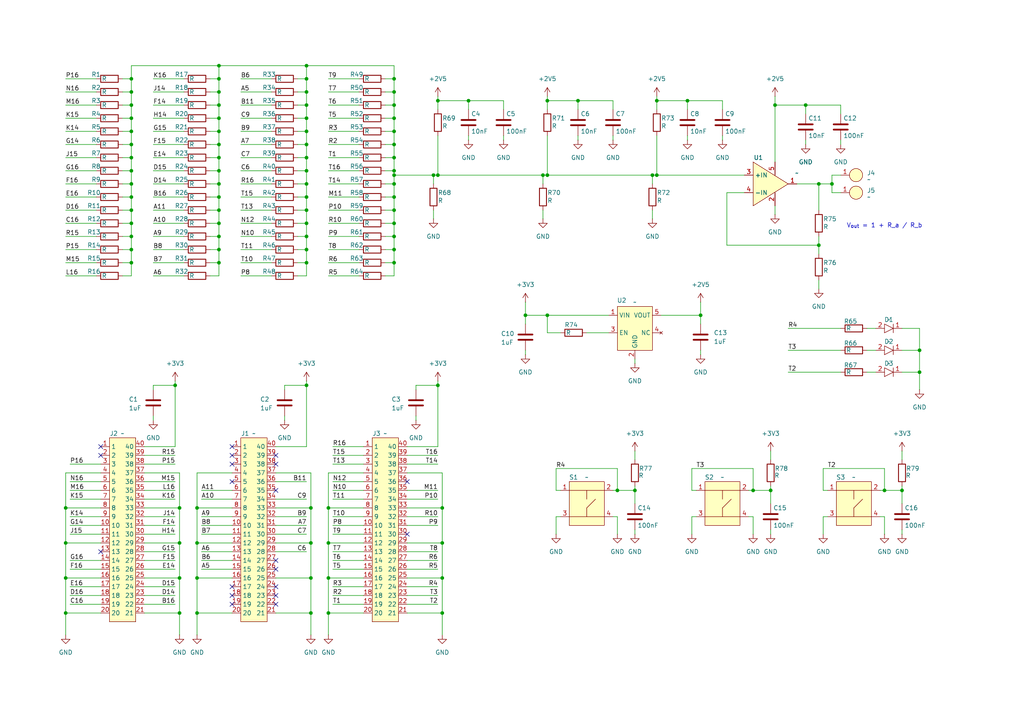
<source format=kicad_sch>
(kicad_sch (version 20231120) (generator "eeschema") (generator_version "8.0")
  (paper "A4")
  (junction (at 63.5 60.96))
  (junction (at 127 50.8))
  (junction (at 88.9 30.48))
  (junction (at 88.9 60.96))
  (junction (at 114.3 60.96))
  (junction (at 38.1 64.77))
  (junction (at 90.17 157.48))
  (junction (at 57.15 147.32))
  (junction (at 114.3 26.67))
  (junction (at 90.17 167.64))
  (junction (at 261.62 142.24))
  (junction (at 38.1 30.48))
  (junction (at 237.49 71.12))
  (junction (at 128.27 167.64))
  (junction (at 88.9 64.77))
  (junction (at 158.75 29.21))
  (junction (at 95.25 177.8))
  (junction (at 63.5 45.72))
  (junction (at 63.5 64.77))
  (junction (at 63.5 41.91))
  (junction (at 38.1 41.91))
  (junction (at 63.5 76.2))
  (junction (at 114.3 30.48))
  (junction (at 52.07 157.48))
  (junction (at 88.9 41.91))
  (junction (at 38.1 72.39))
  (junction (at 158.75 91.44))
  (junction (at 38.1 57.15))
  (junction (at 114.3 49.53))
  (junction (at 38.1 45.72))
  (junction (at 233.68 30.48))
  (junction (at 128.27 177.8))
  (junction (at 63.5 30.48))
  (junction (at 38.1 60.96))
  (junction (at 114.3 57.15))
  (junction (at 88.9 57.15))
  (junction (at 63.5 22.86))
  (junction (at 38.1 38.1))
  (junction (at 128.27 157.48))
  (junction (at 52.07 167.64))
  (junction (at 237.49 53.34))
  (junction (at 114.3 53.34))
  (junction (at 224.79 30.48))
  (junction (at 38.1 26.67))
  (junction (at 114.3 72.39))
  (junction (at 88.9 34.29))
  (junction (at 38.1 34.29))
  (junction (at 63.5 26.67))
  (junction (at 223.52 142.24))
  (junction (at 135.89 29.21))
  (junction (at 256.54 142.24))
  (junction (at 19.05 167.64))
  (junction (at 63.5 38.1))
  (junction (at 63.5 19.05))
  (junction (at 52.07 177.8))
  (junction (at 88.9 22.86))
  (junction (at 88.9 76.2))
  (junction (at 63.5 53.34))
  (junction (at 95.25 147.32))
  (junction (at 19.05 177.8))
  (junction (at 88.9 68.58))
  (junction (at 127 29.21))
  (junction (at 125.73 50.8))
  (junction (at 88.9 45.72))
  (junction (at 114.3 76.2))
  (junction (at 50.8 111.76))
  (junction (at 38.1 68.58))
  (junction (at 88.9 38.1))
  (junction (at 90.17 147.32))
  (junction (at 114.3 41.91))
  (junction (at 88.9 53.34))
  (junction (at 190.5 50.8))
  (junction (at 88.9 72.39))
  (junction (at 95.25 167.64))
  (junction (at 57.15 157.48))
  (junction (at 179.07 142.24))
  (junction (at 218.44 142.24))
  (junction (at 189.23 50.8))
  (junction (at 63.5 68.58))
  (junction (at 63.5 49.53))
  (junction (at 114.3 22.86))
  (junction (at 38.1 49.53))
  (junction (at 157.48 50.8))
  (junction (at 88.9 19.05))
  (junction (at 241.3 53.34))
  (junction (at 88.9 26.67))
  (junction (at 114.3 50.8))
  (junction (at 114.3 45.72))
  (junction (at 199.39 29.21))
  (junction (at 114.3 64.77))
  (junction (at 266.7 101.6))
  (junction (at 127 111.76))
  (junction (at 184.15 142.24))
  (junction (at 57.15 177.8))
  (junction (at 63.5 34.29))
  (junction (at 38.1 53.34))
  (junction (at 38.1 76.2))
  (junction (at 266.7 107.95))
  (junction (at 63.5 72.39))
  (junction (at 19.05 147.32))
  (junction (at 114.3 34.29))
  (junction (at 114.3 68.58))
  (junction (at 63.5 57.15))
  (junction (at 203.2 91.44))
  (junction (at 167.64 29.21))
  (junction (at 114.3 38.1))
  (junction (at 95.25 157.48))
  (junction (at 88.9 111.76))
  (junction (at 52.07 147.32))
  (junction (at 57.15 167.64))
  (junction (at 19.05 157.48))
  (junction (at 190.5 29.21))
  (junction (at 158.75 50.8))
  (junction (at 152.4 91.44))
  (junction (at 128.27 147.32))
  (junction (at 88.9 49.53))
  (junction (at 90.17 177.8))
  (junction (at 38.1 22.86))
  (no_connect (at 67.31 134.62))
  (no_connect (at 67.31 132.08))
  (no_connect (at 80.01 132.08))
  (no_connect (at 80.01 170.18))
  (no_connect (at 80.01 142.24))
  (no_connect (at 80.01 175.26))
  (no_connect (at 29.21 129.54))
  (no_connect (at 118.11 154.94))
  (no_connect (at 80.01 172.72))
  (no_connect (at 67.31 139.7))
  (no_connect (at 67.31 170.18))
  (no_connect (at 67.31 129.54))
  (no_connect (at 80.01 162.56))
  (no_connect (at 67.31 175.26))
  (no_connect (at 80.01 134.62))
  (no_connect (at 29.21 132.08))
  (no_connect (at 118.11 139.7))
  (no_connect (at 29.21 160.02))
  (no_connect (at 80.01 165.1))
  (no_connect (at 67.31 172.72))
  (wire (pts (xy 114.3 50.8) (xy 125.73 50.8)))
  (wire (pts (xy 96.52 170.18) (xy 105.41 170.18)))
  (wire (pts (xy 127 50.8) (xy 157.48 50.8)))
  (wire (pts (xy 69.85 41.91) (xy 78.74 41.91)))
  (wire (pts (xy 111.76 30.48) (xy 114.3 30.48)))
  (wire (pts (xy 96.52 149.86) (xy 105.41 149.86)))
  (wire (pts (xy 35.56 38.1) (xy 38.1 38.1)))
  (wire (pts (xy 118.11 144.78) (xy 127 144.78)))
  (wire (pts (xy 41.91 134.62) (xy 50.8 134.62)))
  (wire (pts (xy 19.05 45.72) (xy 27.94 45.72)))
  (wire (pts (xy 241.3 53.34) (xy 241.3 50.8)))
  (wire (pts (xy 41.91 162.56) (xy 50.8 162.56)))
  (wire (pts (xy 19.05 57.15) (xy 27.94 57.15)))
  (wire (pts (xy 19.05 167.64) (xy 19.05 177.8)))
  (wire (pts (xy 90.17 147.32) (xy 90.17 157.48)))
  (wire (pts (xy 44.45 68.58) (xy 53.34 68.58)))
  (wire (pts (xy 44.45 57.15) (xy 53.34 57.15)))
  (wire (pts (xy 210.82 55.88) (xy 210.82 71.12)))
  (wire (pts (xy 127 29.21) (xy 135.89 29.21)))
  (wire (pts (xy 19.05 60.96) (xy 27.94 60.96)))
  (wire (pts (xy 218.44 149.86) (xy 218.44 154.94)))
  (wire (pts (xy 63.5 45.72) (xy 63.5 41.91)))
  (wire (pts (xy 57.15 147.32) (xy 57.15 157.48)))
  (wire (pts (xy 35.56 49.53) (xy 38.1 49.53)))
  (wire (pts (xy 223.52 140.97) (xy 223.52 142.24)))
  (wire (pts (xy 60.96 57.15) (xy 63.5 57.15)))
  (wire (pts (xy 57.15 177.8) (xy 67.31 177.8)))
  (wire (pts (xy 20.32 165.1) (xy 29.21 165.1)))
  (wire (pts (xy 114.3 76.2) (xy 114.3 72.39)))
  (wire (pts (xy 60.96 76.2) (xy 63.5 76.2)))
  (wire (pts (xy 261.62 142.24) (xy 261.62 146.05)))
  (wire (pts (xy 44.45 60.96) (xy 53.34 60.96)))
  (wire (pts (xy 88.9 72.39) (xy 88.9 68.58)))
  (wire (pts (xy 95.25 167.64) (xy 105.41 167.64)))
  (wire (pts (xy 60.96 53.34) (xy 63.5 53.34)))
  (wire (pts (xy 127 39.37) (xy 127 50.8)))
  (wire (pts (xy 80.01 177.8) (xy 90.17 177.8)))
  (wire (pts (xy 237.49 53.34) (xy 237.49 60.96)))
  (wire (pts (xy 41.91 139.7) (xy 50.8 139.7)))
  (wire (pts (xy 237.49 53.34) (xy 241.3 53.34)))
  (wire (pts (xy 158.75 29.21) (xy 167.64 29.21)))
  (wire (pts (xy 203.2 101.6) (xy 203.2 102.87)))
  (wire (pts (xy 266.7 95.25) (xy 266.7 101.6)))
  (wire (pts (xy 95.25 53.34) (xy 104.14 53.34)))
  (wire (pts (xy 38.1 57.15) (xy 38.1 53.34)))
  (wire (pts (xy 95.25 26.67) (xy 104.14 26.67)))
  (wire (pts (xy 240.03 142.24) (xy 238.76 142.24)))
  (wire (pts (xy 256.54 142.24) (xy 261.62 142.24)))
  (wire (pts (xy 179.07 142.24) (xy 184.15 142.24)))
  (wire (pts (xy 177.8 29.21) (xy 177.8 31.75)))
  (wire (pts (xy 237.49 71.12) (xy 237.49 73.66)))
  (wire (pts (xy 128.27 137.16) (xy 128.27 147.32)))
  (wire (pts (xy 41.91 177.8) (xy 52.07 177.8)))
  (wire (pts (xy 50.8 129.54) (xy 50.8 111.76)))
  (wire (pts (xy 20.32 149.86) (xy 29.21 149.86)))
  (wire (pts (xy 41.91 152.4) (xy 50.8 152.4)))
  (wire (pts (xy 19.05 76.2) (xy 27.94 76.2)))
  (wire (pts (xy 184.15 130.81) (xy 184.15 133.35)))
  (wire (pts (xy 80.01 129.54) (xy 88.9 129.54)))
  (wire (pts (xy 238.76 142.24) (xy 238.76 135.89)))
  (wire (pts (xy 209.55 39.37) (xy 209.55 40.64)))
  (wire (pts (xy 158.75 27.94) (xy 158.75 29.21)))
  (wire (pts (xy 95.25 49.53) (xy 104.14 49.53)))
  (wire (pts (xy 127 27.94) (xy 127 29.21)))
  (wire (pts (xy 231.14 53.34) (xy 237.49 53.34)))
  (wire (pts (xy 20.32 162.56) (xy 29.21 162.56)))
  (wire (pts (xy 69.85 60.96) (xy 78.74 60.96)))
  (wire (pts (xy 201.93 142.24) (xy 200.66 142.24)))
  (wire (pts (xy 111.76 60.96) (xy 114.3 60.96)))
  (wire (pts (xy 114.3 57.15) (xy 114.3 53.34)))
  (wire (pts (xy 210.82 71.12) (xy 237.49 71.12)))
  (wire (pts (xy 200.66 135.89) (xy 218.44 135.89)))
  (wire (pts (xy 63.5 26.67) (xy 63.5 22.86)))
  (wire (pts (xy 60.96 60.96) (xy 63.5 60.96)))
  (wire (pts (xy 38.1 60.96) (xy 38.1 57.15)))
  (wire (pts (xy 127 129.54) (xy 127 111.76)))
  (wire (pts (xy 261.62 140.97) (xy 261.62 142.24)))
  (wire (pts (xy 128.27 177.8) (xy 128.27 184.15)))
  (wire (pts (xy 58.42 162.56) (xy 67.31 162.56)))
  (wire (pts (xy 177.8 149.86) (xy 179.07 149.86)))
  (wire (pts (xy 86.36 34.29) (xy 88.9 34.29)))
  (wire (pts (xy 218.44 142.24) (xy 217.17 142.24)))
  (wire (pts (xy 41.91 160.02) (xy 50.8 160.02)))
  (wire (pts (xy 58.42 149.86) (xy 67.31 149.86)))
  (wire (pts (xy 128.27 177.8) (xy 128.27 167.64)))
  (wire (pts (xy 63.5 49.53) (xy 63.5 45.72)))
  (wire (pts (xy 243.84 30.48) (xy 243.84 33.02)))
  (wire (pts (xy 114.3 45.72) (xy 114.3 41.91)))
  (wire (pts (xy 67.31 137.16) (xy 57.15 137.16)))
  (wire (pts (xy 41.91 132.08) (xy 50.8 132.08)))
  (wire (pts (xy 69.85 80.01) (xy 78.74 80.01)))
  (wire (pts (xy 44.45 49.53) (xy 53.34 49.53)))
  (wire (pts (xy 35.56 72.39) (xy 38.1 72.39)))
  (wire (pts (xy 60.96 22.86) (xy 63.5 22.86)))
  (wire (pts (xy 118.11 175.26) (xy 127 175.26)))
  (wire (pts (xy 95.25 72.39) (xy 104.14 72.39)))
  (wire (pts (xy 158.75 50.8) (xy 157.48 50.8)))
  (wire (pts (xy 57.15 167.64) (xy 57.15 177.8)))
  (wire (pts (xy 41.91 165.1) (xy 50.8 165.1)))
  (wire (pts (xy 167.64 29.21) (xy 167.64 31.75)))
  (wire (pts (xy 158.75 39.37) (xy 158.75 50.8)))
  (wire (pts (xy 96.52 172.72) (xy 105.41 172.72)))
  (wire (pts (xy 135.89 39.37) (xy 135.89 40.64)))
  (wire (pts (xy 223.52 153.67) (xy 223.52 154.94)))
  (wire (pts (xy 96.52 165.1) (xy 105.41 165.1)))
  (wire (pts (xy 146.05 39.37) (xy 146.05 40.64)))
  (wire (pts (xy 114.3 38.1) (xy 114.3 34.29)))
  (wire (pts (xy 261.62 95.25) (xy 266.7 95.25)))
  (wire (pts (xy 80.01 154.94) (xy 88.9 154.94)))
  (wire (pts (xy 184.15 140.97) (xy 184.15 142.24)))
  (wire (pts (xy 88.9 41.91) (xy 88.9 38.1)))
  (wire (pts (xy 167.64 29.21) (xy 177.8 29.21)))
  (wire (pts (xy 35.56 34.29) (xy 38.1 34.29)))
  (wire (pts (xy 86.36 72.39) (xy 88.9 72.39)))
  (wire (pts (xy 200.66 149.86) (xy 200.66 154.94)))
  (wire (pts (xy 38.1 49.53) (xy 38.1 45.72)))
  (wire (pts (xy 86.36 45.72) (xy 88.9 45.72)))
  (wire (pts (xy 82.55 111.76) (xy 88.9 111.76)))
  (wire (pts (xy 157.48 60.96) (xy 157.48 63.5)))
  (wire (pts (xy 86.36 60.96) (xy 88.9 60.96)))
  (wire (pts (xy 152.4 87.63) (xy 152.4 91.44)))
  (wire (pts (xy 41.91 142.24) (xy 50.8 142.24)))
  (wire (pts (xy 95.25 80.01) (xy 104.14 80.01)))
  (wire (pts (xy 95.25 147.32) (xy 105.41 147.32)))
  (wire (pts (xy 41.91 137.16) (xy 52.07 137.16)))
  (wire (pts (xy 118.11 137.16) (xy 128.27 137.16)))
  (wire (pts (xy 217.17 149.86) (xy 218.44 149.86)))
  (wire (pts (xy 261.62 130.81) (xy 261.62 133.35)))
  (wire (pts (xy 237.49 81.28) (xy 237.49 83.82)))
  (wire (pts (xy 111.76 68.58) (xy 114.3 68.58)))
  (wire (pts (xy 255.27 149.86) (xy 256.54 149.86)))
  (wire (pts (xy 233.68 40.64) (xy 233.68 41.91)))
  (wire (pts (xy 135.89 29.21) (xy 146.05 29.21)))
  (wire (pts (xy 44.45 45.72) (xy 53.34 45.72)))
  (wire (pts (xy 88.9 26.67) (xy 88.9 22.86)))
  (wire (pts (xy 127 111.76) (xy 127 110.49)))
  (wire (pts (xy 96.52 144.78) (xy 105.41 144.78)))
  (wire (pts (xy 111.76 22.86) (xy 114.3 22.86)))
  (wire (pts (xy 20.32 144.78) (xy 29.21 144.78)))
  (wire (pts (xy 111.76 45.72) (xy 114.3 45.72)))
  (wire (pts (xy 90.17 177.8) (xy 90.17 184.15)))
  (wire (pts (xy 19.05 147.32) (xy 29.21 147.32)))
  (wire (pts (xy 88.9 76.2) (xy 88.9 72.39)))
  (wire (pts (xy 58.42 154.94) (xy 67.31 154.94)))
  (wire (pts (xy 161.29 135.89) (xy 179.07 135.89)))
  (wire (pts (xy 20.32 170.18) (xy 29.21 170.18)))
  (wire (pts (xy 88.9 64.77) (xy 88.9 60.96)))
  (wire (pts (xy 69.85 22.86) (xy 78.74 22.86)))
  (wire (pts (xy 162.56 96.52) (xy 158.75 96.52)))
  (wire (pts (xy 203.2 91.44) (xy 203.2 93.98)))
  (wire (pts (xy 19.05 64.77) (xy 27.94 64.77)))
  (wire (pts (xy 86.36 80.01) (xy 88.9 80.01)))
  (wire (pts (xy 38.1 41.91) (xy 38.1 38.1)))
  (wire (pts (xy 88.9 38.1) (xy 88.9 34.29)))
  (wire (pts (xy 41.91 149.86) (xy 50.8 149.86)))
  (wire (pts (xy 111.76 49.53) (xy 114.3 49.53)))
  (wire (pts (xy 38.1 80.01) (xy 38.1 76.2)))
  (wire (pts (xy 224.79 59.69) (xy 224.79 62.23)))
  (wire (pts (xy 80.01 144.78) (xy 88.9 144.78)))
  (wire (pts (xy 44.45 113.03) (xy 44.45 111.76)))
  (wire (pts (xy 20.32 172.72) (xy 29.21 172.72)))
  (wire (pts (xy 19.05 68.58) (xy 27.94 68.58)))
  (wire (pts (xy 88.9 19.05) (xy 114.3 19.05)))
  (wire (pts (xy 35.56 30.48) (xy 38.1 30.48)))
  (wire (pts (xy 203.2 91.44) (xy 203.2 87.63)))
  (wire (pts (xy 114.3 80.01) (xy 114.3 76.2)))
  (wire (pts (xy 114.3 49.53) (xy 114.3 45.72)))
  (wire (pts (xy 240.03 149.86) (xy 238.76 149.86)))
  (wire (pts (xy 19.05 167.64) (xy 29.21 167.64)))
  (wire (pts (xy 80.01 149.86) (xy 88.9 149.86)))
  (wire (pts (xy 41.91 144.78) (xy 50.8 144.78)))
  (wire (pts (xy 69.85 68.58) (xy 78.74 68.58)))
  (wire (pts (xy 161.29 142.24) (xy 161.29 135.89)))
  (wire (pts (xy 86.36 22.86) (xy 88.9 22.86)))
  (wire (pts (xy 35.56 53.34) (xy 38.1 53.34)))
  (wire (pts (xy 125.73 60.96) (xy 125.73 63.5)))
  (wire (pts (xy 60.96 41.91) (xy 63.5 41.91)))
  (wire (pts (xy 63.5 53.34) (xy 63.5 49.53)))
  (wire (pts (xy 58.42 165.1) (xy 67.31 165.1)))
  (wire (pts (xy 86.36 57.15) (xy 88.9 57.15)))
  (wire (pts (xy 52.07 157.48) (xy 52.07 167.64)))
  (wire (pts (xy 69.85 72.39) (xy 78.74 72.39)))
  (wire (pts (xy 86.36 64.77) (xy 88.9 64.77)))
  (wire (pts (xy 86.36 26.67) (xy 88.9 26.67)))
  (wire (pts (xy 88.9 49.53) (xy 88.9 45.72)))
  (wire (pts (xy 95.25 157.48) (xy 105.41 157.48)))
  (wire (pts (xy 157.48 50.8) (xy 157.48 53.34)))
  (wire (pts (xy 215.9 55.88) (xy 210.82 55.88)))
  (wire (pts (xy 41.91 172.72) (xy 50.8 172.72)))
  (wire (pts (xy 261.62 153.67) (xy 261.62 154.94)))
  (wire (pts (xy 86.36 41.91) (xy 88.9 41.91)))
  (wire (pts (xy 95.25 34.29) (xy 104.14 34.29)))
  (wire (pts (xy 29.21 137.16) (xy 19.05 137.16)))
  (wire (pts (xy 266.7 101.6) (xy 266.7 107.95)))
  (wire (pts (xy 152.4 101.6) (xy 152.4 102.87)))
  (wire (pts (xy 199.39 29.21) (xy 199.39 31.75)))
  (wire (pts (xy 96.52 175.26) (xy 105.41 175.26)))
  (wire (pts (xy 52.07 177.8) (xy 52.07 184.15)))
  (wire (pts (xy 190.5 27.94) (xy 190.5 29.21)))
  (wire (pts (xy 20.32 142.24) (xy 29.21 142.24)))
  (wire (pts (xy 114.3 64.77) (xy 114.3 60.96)))
  (wire (pts (xy 96.52 152.4) (xy 105.41 152.4)))
  (wire (pts (xy 60.96 72.39) (xy 63.5 72.39)))
  (wire (pts (xy 179.07 149.86) (xy 179.07 154.94)))
  (wire (pts (xy 90.17 157.48) (xy 90.17 167.64)))
  (wire (pts (xy 118.11 149.86) (xy 127 149.86)))
  (wire (pts (xy 35.56 22.86) (xy 38.1 22.86)))
  (wire (pts (xy 201.93 149.86) (xy 200.66 149.86)))
  (wire (pts (xy 60.96 38.1) (xy 63.5 38.1)))
  (wire (pts (xy 111.76 80.01) (xy 114.3 80.01)))
  (wire (pts (xy 114.3 22.86) (xy 114.3 19.05)))
  (wire (pts (xy 35.56 68.58) (xy 38.1 68.58)))
  (wire (pts (xy 63.5 22.86) (xy 63.5 19.05)))
  (wire (pts (xy 80.01 160.02) (xy 88.9 160.02)))
  (wire (pts (xy 95.25 76.2) (xy 104.14 76.2)))
  (wire (pts (xy 111.76 53.34) (xy 114.3 53.34)))
  (wire (pts (xy 114.3 26.67) (xy 114.3 22.86)))
  (wire (pts (xy 19.05 177.8) (xy 29.21 177.8)))
  (wire (pts (xy 41.91 157.48) (xy 52.07 157.48)))
  (wire (pts (xy 251.46 107.95) (xy 254 107.95)))
  (wire (pts (xy 96.52 142.24) (xy 105.41 142.24)))
  (wire (pts (xy 105.41 137.16) (xy 95.25 137.16)))
  (wire (pts (xy 256.54 149.86) (xy 256.54 154.94)))
  (wire (pts (xy 80.01 137.16) (xy 90.17 137.16)))
  (wire (pts (xy 44.45 34.29) (xy 53.34 34.29)))
  (wire (pts (xy 161.29 149.86) (xy 161.29 154.94)))
  (wire (pts (xy 19.05 53.34) (xy 27.94 53.34)))
  (wire (pts (xy 96.52 139.7) (xy 105.41 139.7)))
  (wire (pts (xy 111.76 72.39) (xy 114.3 72.39)))
  (wire (pts (xy 86.36 30.48) (xy 88.9 30.48)))
  (wire (pts (xy 128.27 147.32) (xy 128.27 157.48)))
  (wire (pts (xy 191.77 91.44) (xy 203.2 91.44)))
  (wire (pts (xy 44.45 76.2) (xy 53.34 76.2)))
  (wire (pts (xy 69.85 38.1) (xy 78.74 38.1)))
  (wire (pts (xy 118.11 162.56) (xy 127 162.56)))
  (wire (pts (xy 114.3 72.39) (xy 114.3 68.58)))
  (wire (pts (xy 44.45 72.39) (xy 53.34 72.39)))
  (wire (pts (xy 179.07 142.24) (xy 177.8 142.24)))
  (wire (pts (xy 111.76 26.67) (xy 114.3 26.67)))
  (wire (pts (xy 118.11 167.64) (xy 128.27 167.64)))
  (wire (pts (xy 82.55 113.03) (xy 82.55 111.76)))
  (wire (pts (xy 44.45 22.86) (xy 53.34 22.86)))
  (wire (pts (xy 57.15 157.48) (xy 67.31 157.48)))
  (wire (pts (xy 69.85 53.34) (xy 78.74 53.34)))
  (wire (pts (xy 158.75 91.44) (xy 176.53 91.44)))
  (wire (pts (xy 118.11 157.48) (xy 128.27 157.48)))
  (wire (pts (xy 69.85 64.77) (xy 78.74 64.77)))
  (wire (pts (xy 38.1 68.58) (xy 38.1 64.77)))
  (wire (pts (xy 35.56 76.2) (xy 38.1 76.2)))
  (wire (pts (xy 256.54 135.89) (xy 256.54 142.24)))
  (wire (pts (xy 44.45 38.1) (xy 53.34 38.1)))
  (wire (pts (xy 19.05 22.86) (xy 27.94 22.86)))
  (wire (pts (xy 266.7 107.95) (xy 266.7 113.03)))
  (wire (pts (xy 95.25 147.32) (xy 95.25 157.48)))
  (wire (pts (xy 118.11 160.02) (xy 127 160.02)))
  (wire (pts (xy 69.85 45.72) (xy 78.74 45.72)))
  (wire (pts (xy 158.75 50.8) (xy 189.23 50.8)))
  (wire (pts (xy 57.15 137.16) (xy 57.15 147.32)))
  (wire (pts (xy 190.5 39.37) (xy 190.5 50.8)))
  (wire (pts (xy 96.52 160.02) (xy 105.41 160.02)))
  (wire (pts (xy 60.96 30.48) (xy 63.5 30.48)))
  (wire (pts (xy 95.25 45.72) (xy 104.14 45.72)))
  (wire (pts (xy 69.85 57.15) (xy 78.74 57.15)))
  (wire (pts (xy 114.3 68.58) (xy 114.3 64.77)))
  (wire (pts (xy 184.15 142.24) (xy 184.15 146.05)))
  (wire (pts (xy 88.9 22.86) (xy 88.9 19.05)))
  (wire (pts (xy 146.05 29.21) (xy 146.05 31.75)))
  (wire (pts (xy 111.76 38.1) (xy 114.3 38.1)))
  (wire (pts (xy 57.15 167.64) (xy 67.31 167.64)))
  (wire (pts (xy 38.1 76.2) (xy 38.1 72.39)))
  (wire (pts (xy 209.55 29.21) (xy 209.55 31.75)))
  (wire (pts (xy 162.56 142.24) (xy 161.29 142.24)))
  (wire (pts (xy 44.45 26.67) (xy 53.34 26.67)))
  (wire (pts (xy 179.07 135.89) (xy 179.07 142.24)))
  (wire (pts (xy 69.85 34.29) (xy 78.74 34.29)))
  (wire (pts (xy 86.36 49.53) (xy 88.9 49.53)))
  (wire (pts (xy 57.15 157.48) (xy 57.15 167.64)))
  (wire (pts (xy 111.76 76.2) (xy 114.3 76.2)))
  (wire (pts (xy 52.07 137.16) (xy 52.07 147.32)))
  (wire (pts (xy 90.17 137.16) (xy 90.17 147.32)))
  (wire (pts (xy 63.5 41.91) (xy 63.5 38.1)))
  (wire (pts (xy 63.5 64.77) (xy 63.5 60.96)))
  (wire (pts (xy 223.52 130.81) (xy 223.52 133.35)))
  (wire (pts (xy 60.96 80.01) (xy 63.5 80.01)))
  (wire (pts (xy 35.56 80.01) (xy 38.1 80.01)))
  (wire (pts (xy 95.25 30.48) (xy 104.14 30.48)))
  (wire (pts (xy 190.5 29.21) (xy 199.39 29.21)))
  (wire (pts (xy 86.36 68.58) (xy 88.9 68.58)))
  (wire (pts (xy 69.85 26.67) (xy 78.74 26.67)))
  (wire (pts (xy 63.5 60.96) (xy 63.5 57.15)))
  (wire (pts (xy 19.05 34.29) (xy 27.94 34.29)))
  (wire (pts (xy 58.42 152.4) (xy 67.31 152.4)))
  (wire (pts (xy 184.15 153.67) (xy 184.15 154.94)))
  (wire (pts (xy 199.39 39.37) (xy 199.39 40.64)))
  (wire (pts (xy 162.56 149.86) (xy 161.29 149.86)))
  (wire (pts (xy 41.91 154.94) (xy 50.8 154.94)))
  (wire (pts (xy 120.65 113.03) (xy 120.65 111.76)))
  (wire (pts (xy 80.01 139.7) (xy 88.9 139.7)))
  (wire (pts (xy 86.36 38.1) (xy 88.9 38.1)))
  (wire (pts (xy 19.05 38.1) (xy 27.94 38.1)))
  (wire (pts (xy 60.96 34.29) (xy 63.5 34.29)))
  (wire (pts (xy 88.9 60.96) (xy 88.9 57.15)))
  (wire (pts (xy 251.46 95.25) (xy 254 95.25)))
  (wire (pts (xy 241.3 50.8) (xy 243.84 50.8)))
  (wire (pts (xy 88.9 68.58) (xy 88.9 64.77)))
  (wire (pts (xy 158.75 96.52) (xy 158.75 91.44)))
  (wire (pts (xy 69.85 49.53) (xy 78.74 49.53)))
  (wire (pts (xy 19.05 147.32) (xy 19.05 157.48)))
  (wire (pts (xy 38.1 30.48) (xy 38.1 26.67)))
  (wire (pts (xy 90.17 177.8) (xy 90.17 167.64)))
  (wire (pts (xy 44.45 80.01) (xy 53.34 80.01)))
  (wire (pts (xy 38.1 53.34) (xy 38.1 49.53)))
  (wire (pts (xy 35.56 26.67) (xy 38.1 26.67)))
  (wire (pts (xy 88.9 45.72) (xy 88.9 41.91)))
  (wire (pts (xy 82.55 120.65) (xy 82.55 121.92)))
  (wire (pts (xy 41.91 167.64) (xy 52.07 167.64)))
  (wire (pts (xy 111.76 41.91) (xy 114.3 41.91)))
  (wire (pts (xy 63.5 68.58) (xy 63.5 64.77)))
  (wire (pts (xy 35.56 60.96) (xy 38.1 60.96)))
  (wire (pts (xy 96.52 129.54) (xy 105.41 129.54)))
  (wire (pts (xy 19.05 72.39) (xy 27.94 72.39)))
  (wire (pts (xy 88.9 30.48) (xy 88.9 26.67)))
  (wire (pts (xy 44.45 64.77) (xy 53.34 64.77)))
  (wire (pts (xy 111.76 57.15) (xy 114.3 57.15)))
  (wire (pts (xy 80.01 157.48) (xy 90.17 157.48)))
  (wire (pts (xy 223.52 142.24) (xy 223.52 146.05)))
  (wire (pts (xy 20.32 139.7) (xy 29.21 139.7)))
  (wire (pts (xy 52.07 147.32) (xy 52.07 157.48)))
  (wire (pts (xy 44.45 41.91) (xy 53.34 41.91)))
  (wire (pts (xy 95.25 157.48) (xy 95.25 167.64)))
  (wire (pts (xy 41.91 129.54) (xy 50.8 129.54)))
  (wire (pts (xy 118.11 147.32) (xy 128.27 147.32)))
  (wire (pts (xy 238.76 135.89) (xy 256.54 135.89)))
  (wire (pts (xy 38.1 64.77) (xy 38.1 60.96)))
  (wire (pts (xy 158.75 91.44) (xy 152.4 91.44)))
  (wire (pts (xy 95.25 57.15) (xy 104.14 57.15)))
  (wire (pts (xy 44.45 53.34) (xy 53.34 53.34)))
  (wire (pts (xy 63.5 72.39) (xy 63.5 68.58)))
  (wire (pts (xy 38.1 45.72) (xy 38.1 41.91)))
  (wire (pts (xy 114.3 50.8) (xy 114.3 49.53)))
  (wire (pts (xy 38.1 26.67) (xy 38.1 22.86)))
  (wire (pts (xy 152.4 91.44) (xy 152.4 93.98)))
  (wire (pts (xy 120.65 120.65) (xy 120.65 121.92)))
  (wire (pts (xy 251.46 101.6) (xy 254 101.6)))
  (wire (pts (xy 35.56 41.91) (xy 38.1 41.91)))
  (wire (pts (xy 114.3 53.34) (xy 114.3 50.8)))
  (wire (pts (xy 80.01 147.32) (xy 90.17 147.32)))
  (wire (pts (xy 233.68 30.48) (xy 243.84 30.48)))
  (wire (pts (xy 96.52 132.08) (xy 105.41 132.08)))
  (wire (pts (xy 95.25 137.16) (xy 95.25 147.32)))
  (wire (pts (xy 63.5 30.48) (xy 63.5 26.67)))
  (wire (pts (xy 63.5 57.15) (xy 63.5 53.34)))
  (wire (pts (xy 19.05 137.16) (xy 19.05 147.32)))
  (wire (pts (xy 63.5 38.1) (xy 63.5 34.29)))
  (wire (pts (xy 38.1 34.29) (xy 38.1 30.48)))
  (wire (pts (xy 86.36 76.2) (xy 88.9 76.2)))
  (wire (pts (xy 35.56 57.15) (xy 38.1 57.15)))
  (wire (pts (xy 127 29.21) (xy 127 31.75)))
  (wire (pts (xy 238.76 149.86) (xy 238.76 154.94)))
  (wire (pts (xy 200.66 142.24) (xy 200.66 135.89)))
  (wire (pts (xy 241.3 53.34) (xy 241.3 55.88)))
  (wire (pts (xy 38.1 22.86) (xy 38.1 19.05)))
  (wire (pts (xy 19.05 157.48) (xy 19.05 167.64)))
  (wire (pts (xy 218.44 142.24) (xy 223.52 142.24)))
  (wire (pts (xy 114.3 60.96) (xy 114.3 57.15)))
  (wire (pts (xy 44.45 111.76) (xy 50.8 111.76)))
  (wire (pts (xy 199.39 29.21) (xy 209.55 29.21)))
  (wire (pts (xy 88.9 57.15) (xy 88.9 53.34)))
  (wire (pts (xy 190.5 29.21) (xy 190.5 31.75)))
  (wire (pts (xy 118.11 129.54) (xy 127 129.54)))
  (wire (pts (xy 58.42 144.78) (xy 67.31 144.78)))
  (wire (pts (xy 69.85 76.2) (xy 78.74 76.2)))
  (wire (pts (xy 96.52 154.94) (xy 105.41 154.94)))
  (wire (pts (xy 224.79 30.48) (xy 224.79 46.99)))
  (wire (pts (xy 237.49 71.12) (xy 237.49 68.58)))
  (wire (pts (xy 158.75 29.21) (xy 158.75 31.75)))
  (wire (pts (xy 114.3 34.29) (xy 114.3 30.48)))
  (wire (pts (xy 125.73 50.8) (xy 127 50.8)))
  (wire (pts (xy 38.1 19.05) (xy 63.5 19.05)))
  (wire (pts (xy 96.52 162.56) (xy 105.41 162.56)))
  (wire (pts (xy 125.73 53.34) (xy 125.73 50.8)))
  (wire (pts (xy 88.9 53.34) (xy 88.9 49.53)))
  (wire (pts (xy 41.91 175.26) (xy 50.8 175.26)))
  (wire (pts (xy 243.84 40.64) (xy 243.84 41.91)))
  (wire (pts (xy 69.85 30.48) (xy 78.74 30.48)))
  (wire (pts (xy 63.5 34.29) (xy 63.5 30.48)))
  (wire (pts (xy 233.68 30.48) (xy 233.68 33.02)))
  (wire (pts (xy 95.25 60.96) (xy 104.14 60.96)))
  (wire (pts (xy 261.62 107.95) (xy 266.7 107.95)))
  (wire (pts (xy 224.79 30.48) (xy 233.68 30.48)))
  (wire (pts (xy 63.5 80.01) (xy 63.5 76.2)))
  (wire (pts (xy 19.05 30.48) (xy 27.94 30.48)))
  (wire (pts (xy 118.11 142.24) (xy 127 142.24)))
  (wire (pts (xy 118.11 172.72) (xy 127 172.72)))
  (wire (pts (xy 111.76 64.77) (xy 114.3 64.77)))
  (wire (pts (xy 190.5 50.8) (xy 215.9 50.8)))
  (wire (pts (xy 35.56 45.72) (xy 38.1 45.72)))
  (wire (pts (xy 118.11 134.62) (xy 127 134.62)))
  (wire (pts (xy 218.44 135.89) (xy 218.44 142.24)))
  (wire (pts (xy 118.11 152.4) (xy 127 152.4)))
  (wire (pts (xy 189.23 50.8) (xy 189.23 53.34)))
  (wire (pts (xy 20.32 175.26) (xy 29.21 175.26)))
  (wire (pts (xy 96.52 134.62) (xy 105.41 134.62)))
  (wire (pts (xy 95.25 64.77) (xy 104.14 64.77)))
  (wire (pts (xy 189.23 60.96) (xy 189.23 63.5)))
  (wire (pts (xy 95.25 177.8) (xy 105.41 177.8)))
  (wire (pts (xy 111.76 34.29) (xy 114.3 34.29)))
  (wire (pts (xy 228.6 95.25) (xy 243.84 95.25)))
  (wire (pts (xy 52.07 177.8) (xy 52.07 167.64)))
  (wire (pts (xy 95.25 68.58) (xy 104.14 68.58)))
  (wire (pts (xy 80.01 167.64) (xy 90.17 167.64)))
  (wire (pts (xy 80.01 152.4) (xy 88.9 152.4)))
  (wire (pts (xy 60.96 45.72) (xy 63.5 45.72)))
  (wire (pts (xy 228.6 107.95) (xy 243.84 107.95)))
  (wire (pts (xy 35.56 64.77) (xy 38.1 64.77)))
  (wire (pts (xy 19.05 177.8) (xy 19.05 184.15)))
  (wire (pts (xy 190.5 50.8) (xy 189.23 50.8)))
  (wire (pts (xy 19.05 26.67) (xy 27.94 26.67)))
  (wire (pts (xy 114.3 41.91) (xy 114.3 38.1)))
  (wire (pts (xy 19.05 49.53) (xy 27.94 49.53)))
  (wire (pts (xy 88.9 129.54) (xy 88.9 111.76)))
  (wire (pts (xy 19.05 80.01) (xy 27.94 80.01)))
  (wire (pts (xy 95.25 167.64) (xy 95.25 177.8)))
  (wire (pts (xy 41.91 147.32) (xy 52.07 147.32)))
  (wire (pts (xy 20.32 152.4) (xy 29.21 152.4)))
  (wire (pts (xy 44.45 120.65) (xy 44.45 121.92)))
  (wire (pts (xy 38.1 38.1) (xy 38.1 34.29)))
  (wire (pts (xy 57.15 147.32) (xy 67.31 147.32)))
  (wire (pts (xy 228.6 101.6) (xy 243.84 101.6)))
  (wire (pts (xy 95.25 22.86) (xy 104.14 22.86)))
  (wire (pts (xy 20.32 154.94) (xy 29.21 154.94)))
  (wire (pts (xy 20.32 134.62) (xy 29.21 134.62)))
  (wire (pts (xy 120.65 111.76) (xy 127 111.76)))
  (wire (pts (xy 170.18 96.52) (xy 176.53 96.52)))
  (wire (pts (xy 41.91 170.18) (xy 50.8 170.18)))
  (wire (pts (xy 118.11 177.8) (xy 128.27 177.8)))
  (wire (pts (xy 63.5 19.05) (xy 88.9 19.05)))
  (wire (pts (xy 60.96 49.53) (xy 63.5 49.53)))
  (wire (pts (xy 63.5 76.2) (xy 63.5 72.39)))
  (wire (pts (xy 128.27 157.48) (xy 128.27 167.64)))
  (wire (pts (xy 38.1 72.39) (xy 38.1 68.58)))
  (wire (pts (xy 241.3 55.88) (xy 243.84 55.88)))
  (wire (pts (xy 88.9 111.76) (xy 88.9 110.49)))
  (wire (pts (xy 60.96 64.77) (xy 63.5 64.77)))
  (wire (pts (xy 60.96 68.58) (xy 63.5 68.58)))
  (wire (pts (xy 184.15 104.14) (xy 184.15 105.41)))
  (wire (pts (xy 95.25 41.91) (xy 104.14 41.91)))
  (wire (pts (xy 135.89 29.21) (xy 135.89 31.75)))
  (wire (pts (xy 50.8 111.76) (xy 50.8 110.49)))
  (wire (pts (xy 57.15 177.8) (xy 57.15 184.15)))
  (wire (pts (xy 44.45 30.48) (xy 53.34 30.48)))
  (wire (pts (xy 60.96 26.67) (xy 63.5 26.67)))
  (wire (pts (xy 88.9 34.29) (xy 88.9 30.48)))
  (wire (pts (xy 114.3 30.48) (xy 114.3 26.67)))
  (wire (pts (xy 58.42 142.24) (xy 67.31 142.24)))
  (wire (pts (xy 177.8 39.37) (xy 177.8 40.64)))
  (wire (pts (xy 95.25 177.8) (xy 95.25 184.15)))
  (wire (pts (xy 118.11 132.08) (xy 127 132.08)))
  (wire (pts (xy 118.11 165.1) (xy 127 165.1)))
  (wire (pts (xy 261.62 101.6) (xy 266.7 101.6)))
  (wire (pts (xy 167.64 39.37) (xy 167.64 40.64)))
  (wire (pts (xy 86.36 53.34) (xy 88.9 53.34)))
  (wire (pts (xy 256.54 142.24) (xy 255.27 142.24)))
  (wire (pts (xy 118.11 170.18) (xy 127 170.18)))
  (wire (pts (xy 19.05 41.91) (xy 27.94 41.91)))
  (wire (pts (xy 95.25 38.1) (xy 104.14 38.1)))
  (wire (pts (xy 19.05 157.48) (xy 29.21 157.48)))
  (wire (pts (xy 88.9 80.01) (xy 88.9 76.2)))
  (wire (pts (xy 58.42 160.02) (xy 67.31 160.02)))
  (wire (pts (xy 224.79 27.94) (xy 224.79 30.48)))
  (text "V_{out} = 1 + R_a / R_b" (at 256.54 65.532 0) (effects (font (size 1.27 1.27))))
  (label "T16" (at 95.25 49.53 0))
  (label "T3" (at 201.93 135.89 0))
  (label "R16" (at 69.85 53.34 0))
  (label "P9" (at 95.25 68.58 0))
  (label "P15" (at 50.8 134.62 180))
  (label "T11" (at 69.85 72.39 0))
  (label "K15" (at 20.32 144.78 0))
  (label "T1" (at 95.25 45.72 0))
  (label "B9" (at 69.85 38.1 0))
  (label "G16" (at 20.32 162.56 0))
  (label "K16" (at 50.8 144.78 180))
  (label "T15" (at 69.85 57.15 0))
  (label "F14" (at 50.8 152.4 180))
  (label "R2" (at 96.52 172.72 0))
  (label "F16" (at 19.05 53.34 0))
  (label "B16" (at 50.8 175.26 180))
  (label "K15" (at 19.05 34.29 0))
  (label "P9" (at 127 152.4 180))
  (label "B11" (at 88.9 139.7 180))
  (label "M15" (at 19.05 76.2 0))
  (label "M15" (at 50.8 139.7 180))
  (label "C6" (at 88.9 160.02 180))
  (label "R4" (at 228.6 95.25 0))
  (label "R2" (at 95.25 41.91 0))
  (label "R6" (at 95.25 76.2 0))
  (label "A6" (at 58.42 160.02 0))
  (label "K16" (at 44.45 22.86 0))
  (label "A11" (at 58.42 142.24 0))
  (label "D16" (at 19.05 60.96 0))
  (label "T15" (at 96.52 132.08 0))
  (label "T13" (at 96.52 134.62 0))
  (label "T14" (at 127 134.62 180))
  (label "T5" (at 96.52 165.1 0))
  (label "B8" (at 58.42 152.4 0))
  (label "C9" (at 88.9 144.78 180))
  (label "P16" (at 19.05 22.86 0))
  (label "F15" (at 44.45 41.91 0))
  (label "T8" (at 127 160.02 180))
  (label "G14" (at 19.05 41.91 0))
  (label "A9" (at 44.45 68.58 0))
  (label "B8" (at 44.45 72.39 0))
  (label "A10" (at 58.42 144.78 0))
  (label "F14" (at 44.45 30.48 0))
  (label "B16" (at 44.45 57.15 0))
  (label "M11" (at 127 142.24 180))
  (label "R10" (at 95.25 64.77 0))
  (label "D15" (at 50.8 170.18 180))
  (label "R15" (at 50.8 132.08 180))
  (label "H14" (at 50.8 154.94 180))
  (label "E16" (at 19.05 57.15 0))
  (label "D14" (at 44.45 53.34 0))
  (label "N12" (at 96.52 139.7 0))
  (label "B9" (at 88.9 149.86 180))
  (label "T7" (at 95.25 26.67 0))
  (label "L16" (at 19.05 80.01 0))
  (label "B6" (at 58.42 162.56 0))
  (label "G14" (at 20.32 152.4 0))
  (label "R5" (at 95.25 80.01 0))
  (label "R10" (at 127 149.86 180))
  (label "P8" (at 69.85 80.01 0))
  (label "A5" (at 58.42 165.1 0))
  (label "N10" (at 96.52 142.24 0))
  (label "C7" (at 69.85 45.72 0))
  (label "A10" (at 44.45 64.77 0))
  (label "A9" (at 58.42 149.86 0))
  (label "B6" (at 69.85 22.86 0))
  (label "T6" (at 96.52 162.56 0))
  (label "F15" (at 50.8 162.56 180))
  (label "T16" (at 127 132.08 180))
  (label "T9" (at 95.25 22.86 0))
  (label "T10" (at 96.52 149.86 0))
  (label "D15" (at 44.45 49.53 0))
  (label "C16" (at 19.05 64.77 0))
  (label "B7" (at 44.45 76.2 0))
  (label "P10" (at 127 144.78 180))
  (label "M16" (at 20.32 142.24 0))
  (label "J14" (at 50.8 149.86 180))
  (label "T5" (at 95.25 34.29 0))
  (label "M11" (at 95.25 57.15 0))
  (label "T3" (at 127 172.72 180))
  (label "N16" (at 20.32 139.7 0))
  (label "G15" (at 50.8 160.02 180))
  (label "T11" (at 96.52 144.78 0))
  (label "T8" (at 95.25 72.39 0))
  (label "F16" (at 20.32 165.1 0))
  (label "E14" (at 44.45 45.72 0))
  (label "R5" (at 127 165.1 180))
  (label "T1" (at 96.52 175.26 0))
  (label "T10" (at 69.85 76.2 0))
  (label "P10" (at 95.25 60.96 0))
  (label "K14" (at 20.32 149.86 0))
  (label "H14" (at 44.45 34.29 0))
  (label "M16" (at 19.05 30.48 0))
  (label "T13" (at 69.85 60.96 0))
  (label "D16" (at 20.32 172.72 0))
  (label "R3" (at 96.52 170.18 0))
  (label "R16" (at 96.52 129.54 0))
  (label "E14" (at 50.8 165.1 180))
  (label "R4" (at 127 170.18 180))
  (label "G15" (at 44.45 38.1 0))
  (label "T3" (at 228.6 101.6 0))
  (label "T14" (at 95.25 53.34 0))
  (label "C16" (at 20.32 175.26 0))
  (label "B11" (at 69.85 30.48 0))
  (label "P16" (at 20.32 134.62 0))
  (label "T6" (at 95.25 30.48 0))
  (label "T2" (at 240.03 135.89 0))
  (label "C7" (at 88.9 154.94 180))
  (label "T9" (at 96.52 154.94 0))
  (label "R4" (at 161.29 135.89 0))
  (label "R3" (at 95.25 38.1 0))
  (label "J15" (at 20.32 154.94 0))
  (label "D14" (at 50.8 172.72 180))
  (label "E16" (at 20.32 170.18 0))
  (label "J14" (at 44.45 26.67 0))
  (label "N10" (at 69.85 68.58 0))
  (label "A11" (at 44.45 60.96 0))
  (label "A6" (at 44.45 80.01 0))
  (label "T7" (at 96.52 160.02 0))
  (label "K14" (at 19.05 38.1 0))
  (label "N16" (at 19.05 26.67 0))
  (label "P8" (at 96.52 152.4 0))
  (label "A7" (at 88.9 152.4 180))
  (label "B7" (at 58.42 154.94 0))
  (label "G16" (at 19.05 49.53 0))
  (label "A7" (at 69.85 41.91 0))
  (label "T2" (at 127 175.26 180))
  (label "R15" (at 19.05 68.58 0))
  (label "C9" (at 69.85 34.29 0))
  (label "N12" (at 69.85 64.77 0))
  (label "J15" (at 19.05 45.72 0))
  (label "A5" (at 69.85 26.67 0))
  (label "L16" (at 50.8 142.24 180))
  (label "P15" (at 19.05 72.39 0))
  (label "T2" (at 228.6 107.95 0))
  (label "R6" (at 127 162.56 180))
  (label "C6" (at 69.85 49.53 0))
  (symbol (lib_id "power:GND") (at 203.2 102.87 0) (unit 1)
    (property "Reference" "#PWR034" (effects (hide yes)))
    (property "Value" "GND" (at 203.2 107.95 0))
    (property "Description" "Power symbol creates a global label with name \"GND\" , ground" (effects (hide yes)))
  )
  (symbol (lib_id "Device:R") (at 107.95 30.48 90) (unit 1)
    (property "Reference" "R51" (at 105.41 29.21 90) (effects (justify left)))
    (property "Value" "R" (at 107.188 30.48 90) (effects (justify left)))
    (property "Footprint" "Resistor_SMD:R_0603_1608Metric_Pad0.98x0.95mm_HandSolder" (effects (hide yes)))
    (property "Description" "Resistor" (effects (hide yes)))
  )
  (symbol (lib_id "Device:C") (at 243.84 36.83 0) (unit 1)
    (property "Reference" "C12" (at 244.602 34.29 0) (effects (justify left)))
    (property "Value" "100nF" (at 244.602 39.37 0) (effects (justify left)))
    (property "Footprint" "Capacitor_SMD:C_0603_1608Metric_Pad1.08x0.95mm_HandSolder" (effects (hide yes)))
    (property "Description" "Unpolarized capacitor" (effects (hide yes)))
  )
  (symbol (lib_id "Device:R") (at 82.55 76.2 90) (unit 1)
    (property "Reference" "R47" (at 80.01 74.93 90) (effects (justify left)))
    (property "Value" "R" (at 81.788 76.2 90) (effects (justify left)))
    (property "Footprint" "Resistor_SMD:R_0603_1608Metric_Pad0.98x0.95mm_HandSolder" (effects (hide yes)))
    (property "Description" "Resistor" (effects (hide yes)))
  )
  (symbol (lib_id "power:+2V5") (at 127 27.94 0) (unit 1)
    (property "Reference" "#PWR012" (effects (hide yes)))
    (property "Value" "+2V5" (at 127 22.86 0))
    (property "Description" "Power symbol creates a global label with name \"+2V5\"" (effects (hide yes)))
  )
  (symbol (lib_id "Device:C") (at 82.55 116.84 0) (unit 1)
    (property "Reference" "C2" (at 75.438 115.824 0) (effects (justify left)))
    (property "Value" "1uF" (at 75.438 118.364 0) (effects (justify left)))
    (property "Footprint" "Capacitor_SMD:C_0603_1608Metric_Pad1.08x0.95mm_HandSolder" (effects (hide yes)))
    (property "Description" "Unpolarized capacitor" (effects (hide yes)))
  )
  (symbol (lib_id "power:GND") (at 120.65 121.92 0) (unit 1)
    (property "Reference" "#PWR010" (effects (hide yes)))
    (property "Value" "GND" (at 120.65 127 0))
    (property "Description" "Power symbol creates a global label with name \"GND\" , ground" (effects (hide yes)))
  )
  (symbol (lib_id "Device:R") (at 82.55 30.48 90) (unit 1)
    (property "Reference" "R35" (at 80.01 29.21 90) (effects (justify left)))
    (property "Value" "R" (at 81.788 30.48 90) (effects (justify left)))
    (property "Footprint" "Resistor_SMD:R_0603_1608Metric_Pad0.98x0.95mm_HandSolder" (effects (hide yes)))
    (property "Description" "Resistor" (effects (hide yes)))
  )
  (symbol (lib_id "power:GND") (at 233.68 41.91 0) (unit 1)
    (property "Reference" "#PWR029" (effects (hide yes)))
    (property "Value" "GND" (at 233.68 46.99 0))
    (property "Description" "Power symbol creates a global label with name \"GND\" , ground" (effects (hide yes)))
  )
  (symbol (lib_id "Device:C") (at 177.8 35.56 0) (unit 1)
    (property "Reference" "C7" (at 178.562 33.02 0) (effects (justify left)))
    (property "Value" "100nF" (at 178.562 38.1 0) (effects (justify left)))
    (property "Footprint" "Capacitor_SMD:C_0603_1608Metric_Pad1.08x0.95mm_HandSolder" (effects (hide yes)))
    (property "Description" "Unpolarized capacitor" (effects (hide yes)))
  )
  (symbol (lib_id "power:GND") (at 44.45 121.92 0) (unit 1)
    (property "Reference" "#PWR02" (effects (hide yes)))
    (property "Value" "GND" (at 44.45 127 0))
    (property "Description" "Power symbol creates a global label with name \"GND\" , ground" (effects (hide yes)))
  )
  (symbol (lib_id "Device:C") (at 199.39 35.56 0) (unit 1)
    (property "Reference" "C8" (at 200.152 33.02 0) (effects (justify left)))
    (property "Value" "10nF" (at 200.152 38.1 0) (effects (justify left)))
    (property "Footprint" "Capacitor_SMD:C_0603_1608Metric_Pad1.08x0.95mm_HandSolder" (effects (hide yes)))
    (property "Description" "Unpolarized capacitor" (effects (hide yes)))
  )
  (symbol (lib_id "IceDAC:150060GS75000") (at 254 110.49 90) (unit 1)
    (property "Reference" "D3" (at 257.81 105.41 90))
    (property "Value" "~" (at 257.81 105.41 90))
    (property "Footprint" "IceDAC:150060GS75000" (effects (hide yes)))
  )
  (symbol (lib_id "Device:R") (at 57.15 53.34 90) (unit 1)
    (property "Reference" "R25" (at 54.61 52.07 90) (effects (justify left)))
    (property "Value" "R" (at 56.388 53.34 90) (effects (justify left)))
    (property "Footprint" "Resistor_SMD:R_0603_1608Metric_Pad0.98x0.95mm_HandSolder" (effects (hide yes)))
    (property "Description" "Resistor" (effects (hide yes)))
  )
  (symbol (lib_id "Device:R") (at 82.55 60.96 90) (unit 1)
    (property "Reference" "R43" (at 80.01 59.69 90) (effects (justify left)))
    (property "Value" "R" (at 81.788 60.96 90) (effects (justify left)))
    (property "Footprint" "Resistor_SMD:R_0603_1608Metric_Pad0.98x0.95mm_HandSolder" (effects (hide yes)))
    (property "Description" "Resistor" (effects (hide yes)))
  )
  (symbol (lib_id "Device:C") (at 261.62 149.86 0) (unit 1)
    (property "Reference" "C16" (at 262.382 147.32 0) (effects (justify left)))
    (property "Value" "100nF" (at 262.382 152.4 0) (effects (justify left)))
    (property "Footprint" "Capacitor_SMD:C_0603_1608Metric_Pad1.08x0.95mm_HandSolder" (effects (hide yes)))
    (property "Description" "Unpolarized capacitor" (effects (hide yes)))
  )
  (symbol (lib_id "IceDAC:OUT") (at 243.84 55.88 0) (unit 1)
    (property "Reference" "J5" (at 251.46 55.2449 0) (effects (justify left)))
    (property "Value" "~" (at 251.46 57.15 0) (effects (justify left)))
    (property "Footprint" "IceDAC:OUT" (effects (hide yes)))
  )
  (symbol (lib_id "Device:R") (at 107.95 76.2 90) (unit 1)
    (property "Reference" "R63" (at 105.41 74.93 90) (effects (justify left)))
    (property "Value" "R" (at 107.188 76.2 90) (effects (justify left)))
    (property "Footprint" "Resistor_SMD:R_0603_1608Metric_Pad0.98x0.95mm_HandSolder" (effects (hide yes)))
    (property "Description" "Resistor" (effects (hide yes)))
  )
  (symbol (lib_id "Device:R") (at 31.75 30.48 90) (unit 1)
    (property "Reference" "R3" (at 29.21 29.21 90) (effects (justify left)))
    (property "Value" "R" (at 30.988 30.48 90) (effects (justify left)))
    (property "Footprint" "Resistor_SMD:R_0603_1608Metric_Pad0.98x0.95mm_HandSolder" (effects (hide yes)))
    (property "Description" "Resistor" (effects (hide yes)))
  )
  (symbol (lib_id "power:+2V5") (at 190.5 27.94 0) (unit 1)
    (property "Reference" "#PWR022" (effects (hide yes)))
    (property "Value" "+2V5" (at 190.5 22.86 0))
    (property "Description" "Power symbol creates a global label with name \"+2V5\"" (effects (hide yes)))
  )
  (symbol (lib_id "Device:R") (at 31.75 57.15 90) (unit 1)
    (property "Reference" "R10" (at 29.21 55.88 90) (effects (justify left)))
    (property "Value" "R" (at 30.988 57.15 90) (effects (justify left)))
    (property "Footprint" "Resistor_SMD:R_0603_1608Metric_Pad0.98x0.95mm_HandSolder" (effects (hide yes)))
    (property "Description" "Resistor" (effects (hide yes)))
  )
  (symbol (lib_id "power:GND") (at 161.29 154.94 0) (unit 1)
    (property "Reference" "#PWR035" (effects (hide yes)))
    (property "Value" "GND" (at 161.29 160.02 0))
    (property "Description" "Power symbol creates a global label with name \"GND\" , ground" (effects (hide yes)))
  )
  (symbol (lib_id "Device:R") (at 82.55 64.77 90) (unit 1)
    (property "Reference" "R44" (at 80.01 63.5 90) (effects (justify left)))
    (property "Value" "R" (at 81.788 64.77 90) (effects (justify left)))
    (property "Footprint" "Resistor_SMD:R_0603_1608Metric_Pad0.98x0.95mm_HandSolder" (effects (hide yes)))
    (property "Description" "Resistor" (effects (hide yes)))
  )
  (symbol (lib_id "Device:C") (at 184.15 149.86 0) (unit 1)
    (property "Reference" "C14" (at 184.912 147.32 0) (effects (justify left)))
    (property "Value" "100nF" (at 184.912 152.4 0) (effects (justify left)))
    (property "Footprint" "Capacitor_SMD:C_0603_1608Metric_Pad1.08x0.95mm_HandSolder" (effects (hide yes)))
    (property "Description" "Unpolarized capacitor" (effects (hide yes)))
  )
  (symbol (lib_id "Device:R") (at 57.15 60.96 90) (unit 1)
    (property "Reference" "R27" (at 54.61 59.69 90) (effects (justify left)))
    (property "Value" "R" (at 56.388 60.96 90) (effects (justify left)))
    (property "Footprint" "Resistor_SMD:R_0603_1608Metric_Pad0.98x0.95mm_HandSolder" (effects (hide yes)))
    (property "Description" "Resistor" (effects (hide yes)))
  )
  (symbol (lib_id "Device:R") (at 31.75 22.86 90) (unit 1)
    (property "Reference" "R1" (at 29.21 21.59 90) (effects (justify left)))
    (property "Value" "R" (at 30.988 22.86 90) (effects (justify left)))
    (property "Footprint" "Resistor_SMD:R_0603_1608Metric_Pad0.98x0.95mm_HandSolder" (effects (hide yes)))
    (property "Description" "Resistor" (effects (hide yes)))
  )
  (symbol (lib_id "power:GND") (at 224.79 62.23 0) (unit 1)
    (property "Reference" "#PWR028" (effects (hide yes)))
    (property "Value" "GND" (at 224.79 67.31 0))
    (property "Description" "Power symbol creates a global label with name \"GND\" , ground" (effects (hide yes)))
  )
  (symbol (lib_id "Device:R") (at 107.95 72.39 90) (unit 1)
    (property "Reference" "R62" (at 105.41 71.12 90) (effects (justify left)))
    (property "Value" "R" (at 107.188 72.39 90) (effects (justify left)))
    (property "Footprint" "Resistor_SMD:R_0603_1608Metric_Pad0.98x0.95mm_HandSolder" (effects (hide yes)))
    (property "Description" "Resistor" (effects (hide yes)))
  )
  (symbol (lib_id "power:GND") (at 256.54 154.94 0) (unit 1)
    (property "Reference" "#PWR044" (effects (hide yes)))
    (property "Value" "GND" (at 256.54 160.02 0))
    (property "Description" "Power symbol creates a global label with name \"GND\" , ground" (effects (hide yes)))
  )
  (symbol (lib_id "Device:R") (at 31.75 76.2 90) (unit 1)
    (property "Reference" "R15" (at 29.21 74.93 90) (effects (justify left)))
    (property "Value" "R" (at 30.988 76.2 90) (effects (justify left)))
    (property "Footprint" "Resistor_SMD:R_0603_1608Metric_Pad0.98x0.95mm_HandSolder" (effects (hide yes)))
    (property "Description" "Resistor" (effects (hide yes)))
  )
  (symbol (lib_id "power:+2V5") (at 224.79 27.94 0) (unit 1)
    (property "Reference" "#PWR027" (effects (hide yes)))
    (property "Value" "+2V5" (at 224.79 22.86 0))
    (property "Description" "Power symbol creates a global label with name \"+2V5\"" (effects (hide yes)))
  )
  (symbol (lib_id "power:GND") (at 184.15 154.94 0) (unit 1)
    (property "Reference" "#PWR038" (effects (hide yes)))
    (property "Value" "GND" (at 184.15 160.02 0))
    (property "Description" "Power symbol creates a global label with name \"GND\" , ground" (effects (hide yes)))
  )
  (symbol (lib_id "power:+3V3") (at 88.9 110.49 0) (unit 1)
    (property "Reference" "#PWR07" (effects (hide yes)))
    (property "Value" "+3V3" (at 88.9 105.41 0))
    (property "Description" "Power symbol creates a global label with name \"+3V3\"" (effects (hide yes)))
  )
  (symbol (lib_id "power:GND") (at 52.07 184.15 0) (unit 1)
    (property "Reference" "#PWR04" (effects (hide yes)))
    (property "Value" "GND" (at 52.07 189.23 0))
    (property "Description" "Power symbol creates a global label with name \"GND\" , ground" (effects (hide yes)))
  )
  (symbol (lib_id "Device:C") (at 167.64 35.56 0) (unit 1)
    (property "Reference" "C6" (at 168.402 33.02 0) (effects (justify left)))
    (property "Value" "10nF" (at 168.402 38.1 0) (effects (justify left)))
    (property "Footprint" "Capacitor_SMD:C_0603_1608Metric_Pad1.08x0.95mm_HandSolder" (effects (hide yes)))
    (property "Description" "Unpolarized capacitor" (effects (hide yes)))
  )
  (symbol (lib_id "Device:R") (at 247.65 95.25 90) (unit 1)
    (property "Reference" "R65" (at 248.666 93.218 90) (effects (justify left)))
    (property "Value" "R" (at 246.888 95.25 90) (effects (justify left)))
    (property "Footprint" "Resistor_SMD:R_0603_1608Metric_Pad0.98x0.95mm_HandSolder" (effects (hide yes)))
    (property "Description" "Resistor" (effects (hide yes)))
  )
  (symbol (lib_id "Device:R") (at 82.55 38.1 90) (unit 1)
    (property "Reference" "R37" (at 80.01 36.83 90) (effects (justify left)))
    (property "Value" "R" (at 81.788 38.1 90) (effects (justify left)))
    (property "Footprint" "Resistor_SMD:R_0603_1608Metric_Pad0.98x0.95mm_HandSolder" (effects (hide yes)))
    (property "Description" "Resistor" (effects (hide yes)))
  )
  (symbol (lib_id "Device:R") (at 107.95 60.96 90) (unit 1)
    (property "Reference" "R59" (at 105.41 59.69 90) (effects (justify left)))
    (property "Value" "R" (at 107.188 60.96 90) (effects (justify left)))
    (property "Footprint" "Resistor_SMD:R_0603_1608Metric_Pad0.98x0.95mm_HandSolder" (effects (hide yes)))
    (property "Description" "Resistor" (effects (hide yes)))
  )
  (symbol (lib_id "Device:R") (at 107.95 26.67 90) (unit 1)
    (property "Reference" "R50" (at 105.41 25.4 90) (effects (justify left)))
    (property "Value" "R" (at 107.188 26.67 90) (effects (justify left)))
    (property "Footprint" "Resistor_SMD:R_0603_1608Metric_Pad0.98x0.95mm_HandSolder" (effects (hide yes)))
    (property "Description" "Resistor" (effects (hide yes)))
  )
  (symbol (lib_id "power:GND") (at 167.64 40.64 0) (unit 1)
    (property "Reference" "#PWR019" (effects (hide yes)))
    (property "Value" "GND" (at 167.64 45.72 0))
    (property "Description" "Power symbol creates a global label with name \"GND\" , ground" (effects (hide yes)))
  )
  (symbol (lib_id "Device:R") (at 31.75 80.01 90) (unit 1)
    (property "Reference" "R16" (at 29.21 78.74 90) (effects (justify left)))
    (property "Value" "R" (at 30.988 80.01 90) (effects (justify left)))
    (property "Footprint" "Resistor_SMD:R_0603_1608Metric_Pad0.98x0.95mm_HandSolder" (effects (hide yes)))
    (property "Description" "Resistor" (effects (hide yes)))
  )
  (symbol (lib_id "power:GND") (at 82.55 121.92 0) (unit 1)
    (property "Reference" "#PWR06" (effects (hide yes)))
    (property "Value" "GND" (at 82.55 127 0))
    (property "Description" "Power symbol creates a global label with name \"GND\" , ground" (effects (hide yes)))
  )
  (symbol (lib_id "Device:R") (at 107.95 22.86 90) (unit 1)
    (property "Reference" "R49" (at 105.41 21.59 90) (effects (justify left)))
    (property "Value" "R" (at 107.188 22.86 90) (effects (justify left)))
    (property "Footprint" "Resistor_SMD:R_0603_1608Metric_Pad0.98x0.95mm_HandSolder" (effects (hide yes)))
    (property "Description" "Resistor" (effects (hide yes)))
  )
  (symbol (lib_id "Device:R") (at 107.95 80.01 90) (unit 1)
    (property "Reference" "R64" (at 105.41 78.74 90) (effects (justify left)))
    (property "Value" "R" (at 107.188 80.01 90) (effects (justify left)))
    (property "Footprint" "Resistor_SMD:R_0603_1608Metric_Pad0.98x0.95mm_HandSolder" (effects (hide yes)))
    (property "Description" "Resistor" (effects (hide yes)))
  )
  (symbol (lib_id "Device:R") (at 57.15 57.15 90) (unit 1)
    (property "Reference" "R26" (at 54.61 55.88 90) (effects (justify left)))
    (property "Value" "R" (at 56.388 57.15 90) (effects (justify left)))
    (property "Footprint" "Resistor_SMD:R_0603_1608Metric_Pad0.98x0.95mm_HandSolder" (effects (hide yes)))
    (property "Description" "Resistor" (effects (hide yes)))
  )
  (symbol (lib_id "power:+3V3") (at 50.8 110.49 0) (unit 1)
    (property "Reference" "#PWR03" (effects (hide yes)))
    (property "Value" "+3V3" (at 50.8 105.41 0))
    (property "Description" "Power symbol creates a global label with name \"+3V3\"" (effects (hide yes)))
  )
  (symbol (lib_id "Device:C") (at 44.45 116.84 0) (unit 1)
    (property "Reference" "C1" (at 37.338 115.824 0) (effects (justify left)))
    (property "Value" "1uF" (at 37.338 118.364 0) (effects (justify left)))
    (property "Footprint" "Capacitor_SMD:C_0603_1608Metric_Pad1.08x0.95mm_HandSolder" (effects (hide yes)))
    (property "Description" "Unpolarized capacitor" (effects (hide yes)))
  )
  (symbol (lib_id "Device:R") (at 31.75 60.96 90) (unit 1)
    (property "Reference" "R11" (at 29.21 59.69 90) (effects (justify left)))
    (property "Value" "R" (at 30.988 60.96 90) (effects (justify left)))
    (property "Footprint" "Resistor_SMD:R_0603_1608Metric_Pad0.98x0.95mm_HandSolder" (effects (hide yes)))
    (property "Description" "Resistor" (effects (hide yes)))
  )
  (symbol (lib_id "Device:R") (at 31.75 41.91 90) (unit 1)
    (property "Reference" "R6" (at 29.21 40.64 90) (effects (justify left)))
    (property "Value" "R" (at 30.988 41.91 90) (effects (justify left)))
    (property "Footprint" "Resistor_SMD:R_0603_1608Metric_Pad0.98x0.95mm_HandSolder" (effects (hide yes)))
    (property "Description" "Resistor" (effects (hide yes)))
  )
  (symbol (lib_id "power:GND") (at 90.17 184.15 0) (unit 1)
    (property "Reference" "#PWR08" (effects (hide yes)))
    (property "Value" "GND" (at 90.17 189.23 0))
    (property "Description" "Power symbol creates a global label with name \"GND\" , ground" (effects (hide yes)))
  )
  (symbol (lib_id "Device:C") (at 152.4 97.79 0) (unit 1)
    (property "Reference" "C10" (at 145.288 96.774 0) (effects (justify left)))
    (property "Value" "1uF" (at 145.288 99.314 0) (effects (justify left)))
    (property "Footprint" "Capacitor_SMD:C_0603_1608Metric_Pad1.08x0.95mm_HandSolder" (effects (hide yes)))
    (property "Description" "Unpolarized capacitor" (effects (hide yes)))
  )
  (symbol (lib_id "Device:R") (at 57.15 22.86 90) (unit 1)
    (property "Reference" "R17" (at 54.61 21.59 90) (effects (justify left)))
    (property "Value" "R" (at 56.388 22.86 90) (effects (justify left)))
    (property "Footprint" "Resistor_SMD:R_0603_1608Metric_Pad0.98x0.95mm_HandSolder" (effects (hide yes)))
    (property "Description" "Resistor" (effects (hide yes)))
  )
  (symbol (lib_id "Device:R") (at 57.15 68.58 90) (unit 1)
    (property "Reference" "R29" (at 54.61 67.31 90) (effects (justify left)))
    (property "Value" "R" (at 56.388 68.58 90) (effects (justify left)))
    (property "Footprint" "Resistor_SMD:R_0603_1608Metric_Pad0.98x0.95mm_HandSolder" (effects (hide yes)))
    (property "Description" "Resistor" (effects (hide yes)))
  )
  (symbol (lib_id "Device:R") (at 82.55 53.34 90) (unit 1)
    (property "Reference" "R41" (at 80.01 52.07 90) (effects (justify left)))
    (property "Value" "R" (at 81.788 53.34 90) (effects (justify left)))
    (property "Footprint" "Resistor_SMD:R_0603_1608Metric_Pad0.98x0.95mm_HandSolder" (effects (hide yes)))
    (property "Description" "Resistor" (effects (hide yes)))
  )
  (symbol (lib_id "power:+3V3") (at 152.4 87.63 0) (unit 1)
    (property "Reference" "#PWR025" (effects (hide yes)))
    (property "Value" "+3V3" (at 152.4 82.55 0))
    (property "Description" "Power symbol creates a global label with name \"+3V3\"" (effects (hide yes)))
  )
  (symbol (lib_id "power:GND") (at 237.49 83.82 0) (unit 1)
    (property "Reference" "#PWR030" (effects (hide yes)))
    (property "Value" "GND" (at 237.49 88.9 0))
    (property "Description" "Power symbol creates a global label with name \"GND\" , ground" (effects (hide yes)))
  )
  (symbol (lib_id "Device:R") (at 107.95 57.15 90) (unit 1)
    (property "Reference" "R58" (at 105.41 55.88 90) (effects (justify left)))
    (property "Value" "R" (at 107.188 57.15 90) (effects (justify left)))
    (property "Footprint" "Resistor_SMD:R_0603_1608Metric_Pad0.98x0.95mm_HandSolder" (effects (hide yes)))
    (property "Description" "Resistor" (effects (hide yes)))
  )
  (symbol (lib_id "power:+3V3") (at 184.15 130.81 0) (unit 1)
    (property "Reference" "#PWR037" (effects (hide yes)))
    (property "Value" "+3V3" (at 184.15 125.73 0))
    (property "Description" "Power symbol creates a global label with name \"+3V3\"" (effects (hide yes)))
  )
  (symbol (lib_id "power:GND") (at 200.66 154.94 0) (unit 1)
    (property "Reference" "#PWR039" (effects (hide yes)))
    (property "Value" "GND" (at 200.66 160.02 0))
    (property "Description" "Power symbol creates a global label with name \"GND\" , ground" (effects (hide yes)))
  )
  (symbol (lib_id "Device:C") (at 233.68 36.83 0) (unit 1)
    (property "Reference" "C11" (at 234.442 34.29 0) (effects (justify left)))
    (property "Value" "10nF" (at 234.442 39.37 0) (effects (justify left)))
    (property "Footprint" "Capacitor_SMD:C_0603_1608Metric_Pad1.08x0.95mm_HandSolder" (effects (hide yes)))
    (property "Description" "Unpolarized capacitor" (effects (hide yes)))
  )
  (symbol (lib_id "Device:R") (at 57.15 45.72 90) (unit 1)
    (property "Reference" "R23" (at 54.61 44.45 90) (effects (justify left)))
    (property "Value" "R" (at 56.388 45.72 90) (effects (justify left)))
    (property "Footprint" "Resistor_SMD:R_0603_1608Metric_Pad0.98x0.95mm_HandSolder" (effects (hide yes)))
    (property "Description" "Resistor" (effects (hide yes)))
  )
  (symbol (lib_id "Device:R") (at 57.15 64.77 90) (unit 1)
    (property "Reference" "R28" (at 54.61 63.5 90) (effects (justify left)))
    (property "Value" "R" (at 56.388 64.77 90) (effects (justify left)))
    (property "Footprint" "Resistor_SMD:R_0603_1608Metric_Pad0.98x0.95mm_HandSolder" (effects (hide yes)))
    (property "Description" "Resistor" (effects (hide yes)))
  )
  (symbol (lib_id "Device:R") (at 107.95 45.72 90) (unit 1)
    (property "Reference" "R55" (at 105.41 44.45 90) (effects (justify left)))
    (property "Value" "R" (at 107.188 45.72 90) (effects (justify left)))
    (property "Footprint" "Resistor_SMD:R_0603_1608Metric_Pad0.98x0.95mm_HandSolder" (effects (hide yes)))
    (property "Description" "Resistor" (effects (hide yes)))
  )
  (symbol (lib_id "Device:R") (at 237.49 64.77 0) (unit 1)
    (property "Reference" "R75" (at 238.76 63.5 0) (effects (justify left)))
    (property "Value" "R" (at 238.76 65.786 0) (effects (justify left)))
    (property "Footprint" "Resistor_SMD:R_0603_1608Metric_Pad0.98x0.95mm_HandSolder" (effects (hide yes)))
    (property "Description" "Resistor" (effects (hide yes)))
  )
  (symbol (lib_id "Device:R") (at 57.15 49.53 90) (unit 1)
    (property "Reference" "R24" (at 54.61 48.26 90) (effects (justify left)))
    (property "Value" "R" (at 56.388 49.53 90) (effects (justify left)))
    (property "Footprint" "Resistor_SMD:R_0603_1608Metric_Pad0.98x0.95mm_HandSolder" (effects (hide yes)))
    (property "Description" "Resistor" (effects (hide yes)))
  )
  (symbol (lib_id "power:GND") (at 128.27 184.15 0) (unit 1)
    (property "Reference" "#PWR014" (effects (hide yes)))
    (property "Value" "GND" (at 128.27 189.23 0))
    (property "Description" "Power symbol creates a global label with name \"GND\" , ground" (effects (hide yes)))
  )
  (symbol (lib_id "power:+3V3") (at 261.62 130.81 0) (unit 1)
    (property "Reference" "#PWR045" (effects (hide yes)))
    (property "Value" "+3V3" (at 261.62 125.73 0))
    (property "Description" "Power symbol creates a global label with name \"+3V3\"" (effects (hide yes)))
  )
  (symbol (lib_id "Device:R") (at 57.15 26.67 90) (unit 1)
    (property "Reference" "R18" (at 54.61 25.4 90) (effects (justify left)))
    (property "Value" "R" (at 56.388 26.67 90) (effects (justify left)))
    (property "Footprint" "Resistor_SMD:R_0603_1608Metric_Pad0.98x0.95mm_HandSolder" (effects (hide yes)))
    (property "Description" "Resistor" (effects (hide yes)))
  )
  (symbol (lib_id "IceDAC:150060GS75000") (at 254 104.14 90) (unit 1)
    (property "Reference" "D2" (at 257.81 99.06 90))
    (property "Value" "~" (at 257.81 99.06 90))
    (property "Footprint" "IceDAC:150060GS75000" (effects (hide yes)))
  )
  (symbol (lib_id "Device:R") (at 31.75 45.72 90) (unit 1)
    (property "Reference" "R7" (at 29.21 44.45 90) (effects (justify left)))
    (property "Value" "R" (at 30.988 45.72 90) (effects (justify left)))
    (property "Footprint" "Resistor_SMD:R_0603_1608Metric_Pad0.98x0.95mm_HandSolder" (effects (hide yes)))
    (property "Description" "Resistor" (effects (hide yes)))
  )
  (symbol (lib_id "power:GND") (at 223.52 154.94 0) (unit 1)
    (property "Reference" "#PWR042" (effects (hide yes)))
    (property "Value" "GND" (at 223.52 160.02 0))
    (property "Description" "Power symbol creates a global label with name \"GND\" , ground" (effects (hide yes)))
  )
  (symbol (lib_id "Device:R") (at 31.75 38.1 90) (unit 1)
    (property "Reference" "R5" (at 29.21 36.83 90) (effects (justify left)))
    (property "Value" "R" (at 30.988 38.1 90) (effects (justify left)))
    (property "Footprint" "Resistor_SMD:R_0603_1608Metric_Pad0.98x0.95mm_HandSolder" (effects (hide yes)))
    (property "Description" "Resistor" (effects (hide yes)))
  )
  (symbol (lib_id "Device:R") (at 237.49 77.47 0) (unit 1)
    (property "Reference" "R76" (at 238.76 76.2 0) (effects (justify left)))
    (property "Value" "R" (at 238.76 78.486 0) (effects (justify left)))
    (property "Footprint" "Resistor_SMD:R_0603_1608Metric_Pad0.98x0.95mm_HandSolder" (effects (hide yes)))
    (property "Description" "Resistor" (effects (hide yes)))
  )
  (symbol (lib_id "power:+2V5") (at 203.2 87.63 0) (unit 1)
    (property "Reference" "#PWR033" (effects (hide yes)))
    (property "Value" "+2V5" (at 203.2 82.55 0))
    (property "Description" "Power symbol creates a global label with name \"+2V5\"" (effects (hide yes)))
  )
  (symbol (lib_id "Device:R") (at 57.15 30.48 90) (unit 1)
    (property "Reference" "R19" (at 54.61 29.21 90) (effects (justify left)))
    (property "Value" "R" (at 56.388 30.48 90) (effects (justify left)))
    (property "Footprint" "Resistor_SMD:R_0603_1608Metric_Pad0.98x0.95mm_HandSolder" (effects (hide yes)))
    (property "Description" "Resistor" (effects (hide yes)))
  )
  (symbol (lib_id "power:GND") (at 125.73 63.5 0) (unit 1)
    (property "Reference" "#PWR011" (effects (hide yes)))
    (property "Value" "GND" (at 125.73 68.58 0))
    (property "Description" "Power symbol creates a global label with name \"GND\" , ground" (effects (hide yes)))
  )
  (symbol (lib_id "IceDAC:OUT") (at 243.84 50.8 0) (unit 1)
    (property "Reference" "J4" (at 251.46 50.1649 0) (effects (justify left)))
    (property "Value" "~" (at 251.46 52.07 0) (effects (justify left)))
    (property "Footprint" "IceDAC:OUT" (effects (hide yes)))
  )
  (symbol (lib_id "Device:R") (at 31.75 68.58 90) (unit 1)
    (property "Reference" "R13" (at 29.21 67.31 90) (effects (justify left)))
    (property "Value" "R" (at 30.988 68.58 90) (effects (justify left)))
    (property "Footprint" "Resistor_SMD:R_0603_1608Metric_Pad0.98x0.95mm_HandSolder" (effects (hide yes)))
    (property "Description" "Resistor" (effects (hide yes)))
  )
  (symbol (lib_id "IceDAC:1301.9315") (at 240.03 142.24 0) (unit 1)
    (property "Reference" "S3" (at 243.84 138.43 0))
    (property "Value" "~" (at 247.65 138.43 0))
    (property "Footprint" "IceDAC:1301.9315" (effects (hide yes)))
  )
  (symbol (lib_id "Device:R") (at 82.55 26.67 90) (unit 1)
    (property "Reference" "R34" (at 80.01 25.4 90) (effects (justify left)))
    (property "Value" "R" (at 81.788 26.67 90) (effects (justify left)))
    (property "Footprint" "Resistor_SMD:R_0603_1608Metric_Pad0.98x0.95mm_HandSolder" (effects (hide yes)))
    (property "Description" "Resistor" (effects (hide yes)))
  )
  (symbol (lib_id "power:GND") (at 189.23 63.5 0) (unit 1)
    (property "Reference" "#PWR021" (effects (hide yes)))
    (property "Value" "GND" (at 189.23 68.58 0))
    (property "Description" "Power symbol creates a global label with name \"GND\" , ground" (effects (hide yes)))
  )
  (symbol (lib_id "Device:R") (at 82.55 41.91 90) (unit 1)
    (property "Reference" "R38" (at 80.01 40.64 90) (effects (justify left)))
    (property "Value" "R" (at 81.788 41.91 90) (effects (justify left)))
    (property "Footprint" "Resistor_SMD:R_0603_1608Metric_Pad0.98x0.95mm_HandSolder" (effects (hide yes)))
    (property "Description" "Resistor" (effects (hide yes)))
  )
  (symbol (lib_id "power:GND") (at 57.15 184.15 0) (unit 1)
    (property "Reference" "#PWR05" (effects (hide yes)))
    (property "Value" "GND" (at 57.15 189.23 0))
    (property "Description" "Power symbol creates a global label with name \"GND\" , ground" (effects (hide yes)))
  )
  (symbol (lib_id "Device:C") (at 146.05 35.56 0) (unit 1)
    (property "Reference" "C5" (at 146.812 33.02 0) (effects (justify left)))
    (property "Value" "100nF" (at 146.812 38.1 0) (effects (justify left)))
    (property "Footprint" "Capacitor_SMD:C_0603_1608Metric_Pad1.08x0.95mm_HandSolder" (effects (hide yes)))
    (property "Description" "Unpolarized capacitor" (effects (hide yes)))
  )
  (symbol (lib_id "Device:R") (at 125.73 57.15 0) (unit 1)
    (property "Reference" "R68" (at 127 55.88 0) (effects (justify left)))
    (property "Value" "R" (at 127 58.166 0) (effects (justify left)))
    (property "Footprint" "Resistor_SMD:R_0603_1608Metric_Pad0.98x0.95mm_HandSolder" (effects (hide yes)))
    (property "Description" "Resistor" (effects (hide yes)))
  )
  (symbol (lib_id "power:GND") (at 177.8 40.64 0) (unit 1)
    (property "Reference" "#PWR020" (effects (hide yes)))
    (property "Value" "GND" (at 177.8 45.72 0))
    (property "Description" "Power symbol creates a global label with name \"GND\" , ground" (effects (hide yes)))
  )
  (symbol (lib_id "Device:R") (at 31.75 34.29 90) (unit 1)
    (property "Reference" "R4" (at 29.21 33.02 90) (effects (justify left)))
    (property "Value" "R" (at 30.988 34.29 90) (effects (justify left)))
    (property "Footprint" "Resistor_SMD:R_0603_1608Metric_Pad0.98x0.95mm_HandSolder" (effects (hide yes)))
    (property "Description" "Resistor" (effects (hide yes)))
  )
  (symbol (lib_id "power:GND") (at 261.62 154.94 0) (unit 1)
    (property "Reference" "#PWR046" (effects (hide yes)))
    (property "Value" "GND" (at 261.62 160.02 0))
    (property "Description" "Power symbol creates a global label with name \"GND\" , ground" (effects (hide yes)))
  )
  (symbol (lib_id "power:GND") (at 152.4 102.87 0) (unit 1)
    (property "Reference" "#PWR026" (effects (hide yes)))
    (property "Value" "GND" (at 152.4 107.95 0))
    (property "Description" "Power symbol creates a global label with name \"GND\" , ground" (effects (hide yes)))
  )
  (symbol (lib_id "IceDAC:OPA354AIDBVR") (at 215.9 46.99 0) (unit 1)
    (property "Reference" "U1" (at 219.964 45.72 0))
    (property "Value" "~" (at 231.14 50.1965 0))
    (property "Footprint" "IceDAC:OPA354AIDBVR" (effects (hide yes)))
  )
  (symbol (lib_id "power:GND") (at 209.55 40.64 0) (unit 1)
    (property "Reference" "#PWR024" (effects (hide yes)))
    (property "Value" "GND" (at 209.55 45.72 0))
    (property "Description" "Power symbol creates a global label with name \"GND\" , ground" (effects (hide yes)))
  )
  (symbol (lib_id "Device:R") (at 57.15 76.2 90) (unit 1)
    (property "Reference" "R31" (at 54.61 74.93 90) (effects (justify left)))
    (property "Value" "R" (at 56.388 76.2 90) (effects (justify left)))
    (property "Footprint" "Resistor_SMD:R_0603_1608Metric_Pad0.98x0.95mm_HandSolder" (effects (hide yes)))
    (property "Description" "Resistor" (effects (hide yes)))
  )
  (symbol (lib_id "Device:R") (at 107.95 34.29 90) (unit 1)
    (property "Reference" "R52" (at 105.41 33.02 90) (effects (justify left)))
    (property "Value" "R" (at 107.188 34.29 90) (effects (justify left)))
    (property "Footprint" "Resistor_SMD:R_0603_1608Metric_Pad0.98x0.95mm_HandSolder" (effects (hide yes)))
    (property "Description" "Resistor" (effects (hide yes)))
  )
  (symbol (lib_id "power:GND") (at 146.05 40.64 0) (unit 1)
    (property "Reference" "#PWR016" (effects (hide yes)))
    (property "Value" "GND" (at 146.05 45.72 0))
    (property "Description" "Power symbol creates a global label with name \"GND\" , ground" (effects (hide yes)))
  )
  (symbol (lib_id "Device:R") (at 223.52 137.16 180) (unit 1)
    (property "Reference" "R78" (at 228.6 135.89 0) (effects (justify left)))
    (property "Value" "R" (at 226.06 137.922 0) (effects (justify left)))
    (property "Footprint" "Resistor_SMD:R_0603_1608Metric_Pad0.98x0.95mm_HandSolder" (effects (hide yes)))
    (property "Description" "Resistor" (effects (hide yes)))
  )
  (symbol (lib_id "power:GND") (at 218.44 154.94 0) (unit 1)
    (property "Reference" "#PWR040" (effects (hide yes)))
    (property "Value" "GND" (at 218.44 160.02 0))
    (property "Description" "Power symbol creates a global label with name \"GND\" , ground" (effects (hide yes)))
  )
  (symbol (lib_id "Device:R") (at 127 35.56 0) (unit 1)
    (property "Reference" "R69" (at 128.27 34.29 0) (effects (justify left)))
    (property "Value" "R" (at 128.27 36.576 0) (effects (justify left)))
    (property "Footprint" "Resistor_SMD:R_0603_1608Metric_Pad0.98x0.95mm_HandSolder" (effects (hide yes)))
    (property "Description" "Resistor" (effects (hide yes)))
  )
  (symbol (lib_id "IceDAC:150060GS75000") (at 254 97.79 90) (unit 1)
    (property "Reference" "D1" (at 257.81 92.71 90))
    (property "Value" "~" (at 257.81 92.71 90))
    (property "Footprint" "IceDAC:150060GS75000" (effects (hide yes)))
  )
  (symbol (lib_id "Device:R") (at 57.15 80.01 90) (unit 1)
    (property "Reference" "R32" (at 54.61 78.74 90) (effects (justify left)))
    (property "Value" "R" (at 56.388 80.01 90) (effects (justify left)))
    (property "Footprint" "Resistor_SMD:R_0603_1608Metric_Pad0.98x0.95mm_HandSolder" (effects (hide yes)))
    (property "Description" "Resistor" (effects (hide yes)))
  )
  (symbol (lib_id "Device:R") (at 107.95 53.34 90) (unit 1)
    (property "Reference" "R57" (at 105.41 52.07 90) (effects (justify left)))
    (property "Value" "R" (at 107.188 53.34 90) (effects (justify left)))
    (property "Footprint" "Resistor_SMD:R_0603_1608Metric_Pad0.98x0.95mm_HandSolder" (effects (hide yes)))
    (property "Description" "Resistor" (effects (hide yes)))
  )
  (symbol (lib_id "Device:R") (at 82.55 34.29 90) (unit 1)
    (property "Reference" "R36" (at 80.01 33.02 90) (effects (justify left)))
    (property "Value" "R" (at 81.788 34.29 90) (effects (justify left)))
    (property "Footprint" "Resistor_SMD:R_0603_1608Metric_Pad0.98x0.95mm_HandSolder" (effects (hide yes)))
    (property "Description" "Resistor" (effects (hide yes)))
  )
  (symbol (lib_id "Device:R") (at 107.95 41.91 90) (unit 1)
    (property "Reference" "R54" (at 105.41 40.64 90) (effects (justify left)))
    (property "Value" "R" (at 107.188 41.91 90) (effects (justify left)))
    (property "Footprint" "Resistor_SMD:R_0603_1608Metric_Pad0.98x0.95mm_HandSolder" (effects (hide yes)))
    (property "Description" "Resistor" (effects (hide yes)))
  )
  (symbol (lib_id "power:GND") (at 179.07 154.94 0) (unit 1)
    (property "Reference" "#PWR036" (effects (hide yes)))
    (property "Value" "GND" (at 179.07 160.02 0))
    (property "Description" "Power symbol creates a global label with name \"GND\" , ground" (effects (hide yes)))
  )
  (symbol (lib_id "Device:R") (at 82.55 57.15 90) (unit 1)
    (property "Reference" "R42" (at 80.01 55.88 90) (effects (justify left)))
    (property "Value" "R" (at 81.788 57.15 90) (effects (justify left)))
    (property "Footprint" "Resistor_SMD:R_0603_1608Metric_Pad0.98x0.95mm_HandSolder" (effects (hide yes)))
    (property "Description" "Resistor" (effects (hide yes)))
  )
  (symbol (lib_id "Device:R") (at 184.15 137.16 180) (unit 1)
    (property "Reference" "R77" (at 189.23 135.89 0) (effects (justify left)))
    (property "Value" "R" (at 186.69 137.922 0) (effects (justify left)))
    (property "Footprint" "Resistor_SMD:R_0603_1608Metric_Pad0.98x0.95mm_HandSolder" (effects (hide yes)))
    (property "Description" "Resistor" (effects (hide yes)))
  )
  (symbol (lib_id "Device:R") (at 82.55 22.86 90) (unit 1)
    (property "Reference" "R33" (at 80.01 21.59 90) (effects (justify left)))
    (property "Value" "R" (at 81.788 22.86 90) (effects (justify left)))
    (property "Footprint" "Resistor_SMD:R_0603_1608Metric_Pad0.98x0.95mm_HandSolder" (effects (hide yes)))
    (property "Description" "Resistor" (effects (hide yes)))
  )
  (symbol (lib_id "Device:R") (at 107.95 38.1 90) (unit 1)
    (property "Reference" "R53" (at 105.41 36.83 90) (effects (justify left)))
    (property "Value" "R" (at 107.188 38.1 90) (effects (justify left)))
    (property "Footprint" "Resistor_SMD:R_0603_1608Metric_Pad0.98x0.95mm_HandSolder" (effects (hide yes)))
    (property "Description" "Resistor" (effects (hide yes)))
  )
  (symbol (lib_id "Device:R") (at 247.65 101.6 90) (unit 1)
    (property "Reference" "R66" (at 248.666 99.568 90) (effects (justify left)))
    (property "Value" "R" (at 246.888 101.6 90) (effects (justify left)))
    (property "Footprint" "Resistor_SMD:R_0603_1608Metric_Pad0.98x0.95mm_HandSolder" (effects (hide yes)))
    (property "Description" "Resistor" (effects (hide yes)))
  )
  (symbol (lib_id "power:GND") (at 95.25 184.15 0) (unit 1)
    (property "Reference" "#PWR09" (effects (hide yes)))
    (property "Value" "GND" (at 95.25 189.23 0))
    (property "Description" "Power symbol creates a global label with name \"GND\" , ground" (effects (hide yes)))
  )
  (symbol (lib_id "power:GND") (at 19.05 184.15 0) (unit 1)
    (property "Reference" "#PWR01" (effects (hide yes)))
    (property "Value" "GND" (at 19.05 189.23 0))
    (property "Description" "Power symbol creates a global label with name \"GND\" , ground" (effects (hide yes)))
  )
  (symbol (lib_id "power:+3V3") (at 223.52 130.81 0) (unit 1)
    (property "Reference" "#PWR041" (effects (hide yes)))
    (property "Value" "+3V3" (at 223.52 125.73 0))
    (property "Description" "Power symbol creates a global label with name \"+3V3\"" (effects (hide yes)))
  )
  (symbol (lib_id "power:GND") (at 243.84 41.91 0) (unit 1)
    (property "Reference" "#PWR031" (effects (hide yes)))
    (property "Value" "GND" (at 243.84 46.99 0))
    (property "Description" "Power symbol creates a global label with name \"GND\" , ground" (effects (hide yes)))
  )
  (symbol (lib_id "power:+2V5") (at 158.75 27.94 0) (unit 1)
    (property "Reference" "#PWR018" (effects (hide yes)))
    (property "Value" "+2V5" (at 158.75 22.86 0))
    (property "Description" "Power symbol creates a global label with name \"+2V5\"" (effects (hide yes)))
  )
  (symbol (lib_id "Device:R") (at 57.15 41.91 90) (unit 1)
    (property "Reference" "R22" (at 54.61 40.64 90) (effects (justify left)))
    (property "Value" "R" (at 56.388 41.91 90) (effects (justify left)))
    (property "Footprint" "Resistor_SMD:R_0603_1608Metric_Pad0.98x0.95mm_HandSolder" (effects (hide yes)))
    (property "Description" "Resistor" (effects (hide yes)))
  )
  (symbol (lib_id "Device:R") (at 247.65 107.95 90) (unit 1)
    (property "Reference" "R67" (at 248.666 105.918 90) (effects (justify left)))
    (property "Value" "R" (at 246.888 107.95 90) (effects (justify left)))
    (property "Footprint" "Resistor_SMD:R_0603_1608Metric_Pad0.98x0.95mm_HandSolder" (effects (hide yes)))
    (property "Description" "Resistor" (effects (hide yes)))
  )
  (symbol (lib_id "IceDAC:2213S-40G") (at 105.41 129.54 0) (unit 1)
    (property "Reference" "J3" (at 109.22 125.73 0))
    (property "Value" "~" (at 111.76 125.73 0))
    (property "Footprint" "IceDAC:M20-8761046" (effects (hide yes)))
  )
  (symbol (lib_id "Device:R") (at 166.37 96.52 90) (unit 1)
    (property "Reference" "R74" (at 167.64 94.234 90) (effects (justify left)))
    (property "Value" "R" (at 165.608 96.52 90) (effects (justify left)))
    (property "Footprint" "Resistor_SMD:R_0603_1608Metric_Pad0.98x0.95mm_HandSolder" (effects (hide yes)))
    (property "Description" "Resistor" (effects (hide yes)))
  )
  (symbol (lib_id "Device:R") (at 157.48 57.15 0) (unit 1)
    (property "Reference" "R70" (at 158.75 55.88 0) (effects (justify left)))
    (property "Value" "R" (at 158.75 58.166 0) (effects (justify left)))
    (property "Footprint" "Resistor_SMD:R_0603_1608Metric_Pad0.98x0.95mm_HandSolder" (effects (hide yes)))
    (property "Description" "Resistor" (effects (hide yes)))
  )
  (symbol (lib_id "IceDAC:1301.9315") (at 201.93 142.24 0) (unit 1)
    (property "Reference" "S2" (at 205.74 138.43 0))
    (property "Value" "~" (at 209.55 138.43 0))
    (property "Footprint" "IceDAC:1301.9315" (effects (hide yes)))
  )
  (symbol (lib_id "Device:R") (at 107.95 68.58 90) (unit 1)
    (property "Reference" "R61" (at 105.41 67.31 90) (effects (justify left)))
    (property "Value" "R" (at 107.188 68.58 90) (effects (justify left)))
    (property "Footprint" "Resistor_SMD:R_0603_1608Metric_Pad0.98x0.95mm_HandSolder" (effects (hide yes)))
    (property "Description" "Resistor" (effects (hide yes)))
  )
  (symbol (lib_id "Device:R") (at 31.75 26.67 90) (unit 1)
    (property "Reference" "R2" (at 29.21 25.4 90) (effects (justify left)))
    (property "Value" "R" (at 30.988 26.67 90) (effects (justify left)))
    (property "Footprint" "Resistor_SMD:R_0603_1608Metric_Pad0.98x0.95mm_HandSolder" (effects (hide yes)))
    (property "Description" "Resistor" (effects (hide yes)))
  )
  (symbol (lib_id "Device:R") (at 31.75 72.39 90) (unit 1)
    (property "Reference" "R14" (at 29.21 71.12 90) (effects (justify left)))
    (property "Value" "R" (at 30.988 72.39 90) (effects (justify left)))
    (property "Footprint" "Resistor_SMD:R_0603_1608Metric_Pad0.98x0.95mm_HandSolder" (effects (hide yes)))
    (property "Description" "Resistor" (effects (hide yes)))
  )
  (symbol (lib_id "Device:R") (at 57.15 72.39 90) (unit 1)
    (property "Reference" "R30" (at 54.61 71.12 90) (effects (justify left)))
    (property "Value" "R" (at 56.388 72.39 90) (effects (justify left)))
    (property "Footprint" "Resistor_SMD:R_0603_1608Metric_Pad0.98x0.95mm_HandSolder" (effects (hide yes)))
    (property "Description" "Resistor" (effects (hide yes)))
  )
  (symbol (lib_id "Device:C") (at 120.65 116.84 0) (unit 1)
    (property "Reference" "C3" (at 113.538 115.824 0) (effects (justify left)))
    (property "Value" "1uF" (at 113.538 118.364 0) (effects (justify left)))
    (property "Footprint" "Capacitor_SMD:C_0603_1608Metric_Pad1.08x0.95mm_HandSolder" (effects (hide yes)))
    (property "Description" "Unpolarized capacitor" (effects (hide yes)))
  )
  (symbol (lib_id "power:GND") (at 199.39 40.64 0) (unit 1)
    (property "Reference" "#PWR023" (effects (hide yes)))
    (property "Value" "GND" (at 199.39 45.72 0))
    (property "Description" "Power symbol creates a global label with name \"GND\" , ground" (effects (hide yes)))
  )
  (symbol (lib_id "power:+3V3") (at 127 110.49 0) (unit 1)
    (property "Reference" "#PWR013" (effects (hide yes)))
    (property "Value" "+3V3" (at 127 105.41 0))
    (property "Description" "Power symbol creates a global label with name \"+3V3\"" (effects (hide yes)))
  )
  (symbol (lib_id "IceDAC:1301.9315") (at 162.56 142.24 0) (unit 1)
    (property "Reference" "S1" (at 166.37 138.43 0))
    (property "Value" "~" (at 170.18 138.43 0))
    (property "Footprint" "IceDAC:1301.9315" (effects (hide yes)))
  )
  (symbol (lib_id "Device:R") (at 82.55 72.39 90) (unit 1)
    (property "Reference" "R46" (at 80.01 71.12 90) (effects (justify left)))
    (property "Value" "R" (at 81.788 72.39 90) (effects (justify left)))
    (property "Footprint" "Resistor_SMD:R_0603_1608Metric_Pad0.98x0.95mm_HandSolder" (effects (hide yes)))
    (property "Description" "Resistor" (effects (hide yes)))
  )
  (symbol (lib_id "Device:R") (at 82.55 49.53 90) (unit 1)
    (property "Reference" "R40" (at 80.01 48.26 90) (effects (justify left)))
    (property "Value" "R" (at 81.788 49.53 90) (effects (justify left)))
    (property "Footprint" "Resistor_SMD:R_0603_1608Metric_Pad0.98x0.95mm_HandSolder" (effects (hide yes)))
    (property "Description" "Resistor" (effects (hide yes)))
  )
  (symbol (lib_id "power:GND") (at 238.76 154.94 0) (unit 1)
    (property "Reference" "#PWR043" (effects (hide yes)))
    (property "Value" "GND" (at 238.76 160.02 0))
    (property "Description" "Power symbol creates a global label with name \"GND\" , ground" (effects (hide yes)))
  )
  (symbol (lib_id "power:GND") (at 184.15 105.41 0) (unit 1)
    (property "Reference" "#PWR032" (effects (hide yes)))
    (property "Value" "GND" (at 184.15 110.49 0))
    (property "Description" "Power symbol creates a global label with name \"GND\" , ground" (effects (hide yes)))
  )
  (symbol (lib_id "Device:R") (at 57.15 38.1 90) (unit 1)
    (property "Reference" "R21" (at 54.61 36.83 90) (effects (justify left)))
    (property "Value" "R" (at 56.388 38.1 90) (effects (justify left)))
    (property "Footprint" "Resistor_SMD:R_0603_1608Metric_Pad0.98x0.95mm_HandSolder" (effects (hide yes)))
    (property "Description" "Resistor" (effects (hide yes)))
  )
  (symbol (lib_id "Device:R") (at 107.95 64.77 90) (unit 1)
    (property "Reference" "R60" (at 105.41 63.5 90) (effects (justify left)))
    (property "Value" "R" (at 107.188 64.77 90) (effects (justify left)))
    (property "Footprint" "Resistor_SMD:R_0603_1608Metric_Pad0.98x0.95mm_HandSolder" (effects (hide yes)))
    (property "Description" "Resistor" (effects (hide yes)))
  )
  (symbol (lib_id "Device:C") (at 223.52 149.86 0) (unit 1)
    (property "Reference" "C15" (at 224.282 147.32 0) (effects (justify left)))
    (property "Value" "100nF" (at 224.282 152.4 0) (effects (justify left)))
    (property "Footprint" "Capacitor_SMD:C_0603_1608Metric_Pad1.08x0.95mm_HandSolder" (effects (hide yes)))
    (property "Description" "Unpolarized capacitor" (effects (hide yes)))
  )
  (symbol (lib_id "Device:R") (at 189.23 57.15 0) (unit 1)
    (property "Reference" "R72" (at 190.5 55.88 0) (effects (justify left)))
    (property "Value" "R" (at 190.5 58.166 0) (effects (justify left)))
    (property "Footprint" "Resistor_SMD:R_0603_1608Metric_Pad0.98x0.95mm_HandSolder" (effects (hide yes)))
    (property "Description" "Resistor" (effects (hide yes)))
  )
  (symbol (lib_id "Device:R") (at 261.62 137.16 180) (unit 1)
    (property "Reference" "R79" (at 266.7 135.89 0) (effects (justify left)))
    (property "Value" "R" (at 264.16 137.922 0) (effects (justify left)))
    (property "Footprint" "Resistor_SMD:R_0603_1608Metric_Pad0.98x0.95mm_HandSolder" (effects (hide yes)))
    (property "Description" "Resistor" (effects (hide yes)))
  )
  (symbol (lib_id "Device:R") (at 158.75 35.56 0) (unit 1)
    (property "Reference" "R71" (at 160.02 34.29 0) (effects (justify left)))
    (property "Value" "R" (at 160.02 36.576 0) (effects (justify left)))
    (property "Footprint" "Resistor_SMD:R_0603_1608Metric_Pad0.98x0.95mm_HandSolder" (effects (hide yes)))
    (property "Description" "Resistor" (effects (hide yes)))
  )
  (symbol (lib_id "Device:R") (at 82.55 80.01 90) (unit 1)
    (property "Reference" "R48" (at 80.01 78.74 90) (effects (justify left)))
    (property "Value" "R" (at 81.788 80.01 90) (effects (justify left)))
    (property "Footprint" "Resistor_SMD:R_0603_1608Metric_Pad0.98x0.95mm_HandSolder" (effects (hide yes)))
    (property "Description" "Resistor" (effects (hide yes)))
  )
  (symbol (lib_id "Device:R") (at 107.95 49.53 90) (unit 1)
    (property "Reference" "R56" (at 105.41 48.26 90) (effects (justify left)))
    (property "Value" "R" (at 107.188 49.53 90) (effects (justify left)))
    (property "Footprint" "Resistor_SMD:R_0603_1608Metric_Pad0.98x0.95mm_HandSolder" (effects (hide yes)))
    (property "Description" "Resistor" (effects (hide yes)))
  )
  (symbol (lib_id "Device:R") (at 190.5 35.56 0) (unit 1)
    (property "Reference" "R73" (at 191.77 34.29 0) (effects (justify left)))
    (property "Value" "R" (at 191.77 36.576 0) (effects (justify left)))
    (property "Footprint" "Resistor_SMD:R_0603_1608Metric_Pad0.98x0.95mm_HandSolder" (effects (hide yes)))
    (property "Description" "Resistor" (effects (hide yes)))
  )
  (symbol (lib_id "Device:R") (at 82.55 68.58 90) (unit 1)
    (property "Reference" "R45" (at 80.01 67.31 90) (effects (justify left)))
    (property "Value" "R" (at 81.788 68.58 90) (effects (justify left)))
    (property "Footprint" "Resistor_SMD:R_0603_1608Metric_Pad0.98x0.95mm_HandSolder" (effects (hide yes)))
    (property "Description" "Resistor" (effects (hide yes)))
  )
  (symbol (lib_id "Device:C") (at 135.89 35.56 0) (unit 1)
    (property "Reference" "C4" (at 136.652 33.02 0) (effects (justify left)))
    (property "Value" "10nF" (at 136.652 38.1 0) (effects (justify left)))
    (property "Footprint" "Capacitor_SMD:C_0603_1608Metric_Pad1.08x0.95mm_HandSolder" (effects (hide yes)))
    (property "Description" "Unpolarized capacitor" (effects (hide yes)))
  )
  (symbol (lib_id "Device:R") (at 57.15 34.29 90) (unit 1)
    (property "Reference" "R20" (at 54.61 33.02 90) (effects (justify left)))
    (property "Value" "R" (at 56.388 34.29 90) (effects (justify left)))
    (property "Footprint" "Resistor_SMD:R_0603_1608Metric_Pad0.98x0.95mm_HandSolder" (effects (hide yes)))
    (property "Description" "Resistor" (effects (hide yes)))
  )
  (symbol (lib_id "power:GND") (at 157.48 63.5 0) (unit 1)
    (property "Reference" "#PWR017" (effects (hide yes)))
    (property "Value" "GND" (at 157.48 68.58 0))
    (property "Description" "Power symbol creates a global label with name \"GND\" , ground" (effects (hide yes)))
  )
  (symbol (lib_id "Device:R") (at 31.75 49.53 90) (unit 1)
    (property "Reference" "R8" (at 29.21 48.26 90) (effects (justify left)))
    (property "Value" "R" (at 30.988 49.53 90) (effects (justify left)))
    (property "Footprint" "Resistor_SMD:R_0603_1608Metric_Pad0.98x0.95mm_HandSolder" (effects (hide yes)))
    (property "Description" "Resistor" (effects (hide yes)))
  )
  (symbol (lib_id "Device:R") (at 31.75 64.77 90) (unit 1)
    (property "Reference" "R12" (at 29.21 63.5 90) (effects (justify left)))
    (property "Value" "R" (at 30.988 64.77 90) (effects (justify left)))
    (property "Footprint" "Resistor_SMD:R_0603_1608Metric_Pad0.98x0.95mm_HandSolder" (effects (hide yes)))
    (property "Description" "Resistor" (effects (hide yes)))
  )
  (symbol (lib_id "Device:C") (at 209.55 35.56 0) (unit 1)
    (property "Reference" "C9" (at 210.312 33.02 0) (effects (justify left)))
    (property "Value" "100nF" (at 210.312 38.1 0) (effects (justify left)))
    (property "Footprint" "Capacitor_SMD:C_0603_1608Metric_Pad1.08x0.95mm_HandSolder" (effects (hide yes)))
    (property "Description" "Unpolarized capacitor" (effects (hide yes)))
  )
  (symbol (lib_id "IceDAC:2213S-40G") (at 67.31 129.54 0) (unit 1)
    (property "Reference" "J1" (at 71.12 125.73 0))
    (property "Value" "~" (at 73.66 125.73 0))
    (property "Footprint" "IceDAC:M20-8761046" (effects (hide yes)))
  )
  (symbol (lib_id "IceDAC:AP2112K-2.5TRG1") (at 176.53 91.44 0) (unit 1)
    (property "Reference" "U2" (at 180.34 87.122 0))
    (property "Value" "~" (at 184.15 87.63 0))
    (property "Footprint" "IceDAC:AP2112K-2.5TRG1" (effects (hide yes)))
  )
  (symbol (lib_id "Device:R") (at 31.75 53.34 90) (unit 1)
    (property "Reference" "R9" (at 29.21 52.07 90) (effects (justify left)))
    (property "Value" "R" (at 30.988 53.34 90) (effects (justify left)))
    (property "Footprint" "Resistor_SMD:R_0603_1608Metric_Pad0.98x0.95mm_HandSolder" (effects (hide yes)))
    (property "Description" "Resistor" (effects (hide yes)))
  )
  (symbol (lib_id "Device:C") (at 203.2 97.79 0) (unit 1)
    (property "Reference" "C13" (at 207.01 96.5199 0) (effects (justify left)))
    (property "Value" "1uF" (at 207.01 99.0599 0) (effects (justify left)))
    (property "Footprint" "Capacitor_SMD:C_0603_1608Metric_Pad1.08x0.95mm_HandSolder" (effects (hide yes)))
    (property "Description" "Unpolarized capacitor" (effects (hide yes)))
  )
  (symbol (lib_id "IceDAC:2213S-40G") (at 29.21 129.54 0) (unit 1)
    (property "Reference" "J2" (at 33.02 125.73 0))
    (property "Value" "~" (at 35.56 125.73 0))
    (property "Footprint" "IceDAC:M20-8761046" (effects (hide yes)))
  )
  (symbol (lib_id "power:GND") (at 135.89 40.64 0) (unit 1)
    (property "Reference" "#PWR015" (effects (hide yes)))
    (property "Value" "GND" (at 135.89 45.72 0))
    (property "Description" "Power symbol creates a global label with name \"GND\" , ground" (effects (hide yes)))
  )
  (symbol (lib_id "power:GND") (at 266.7 113.03 0) (unit 1)
    (property "Reference" "#PWR047" (effects (hide yes)))
    (property "Value" "GND" (at 266.7 118.11 0))
    (property "Description" "Power symbol creates a global label with name \"GND\" , ground" (effects (hide yes)))
  )
  (symbol (lib_id "Device:R") (at 82.55 45.72 90) (unit 1)
    (property "Reference" "R39" (at 80.01 44.45 90) (effects (justify left)))
    (property "Value" "R" (at 81.788 45.72 90) (effects (justify left)))
    (property "Footprint" "Resistor_SMD:R_0603_1608Metric_Pad0.98x0.95mm_HandSolder" (effects (hide yes)))
    (property "Description" "Resistor" (effects (hide yes)))
  )
)
</source>
